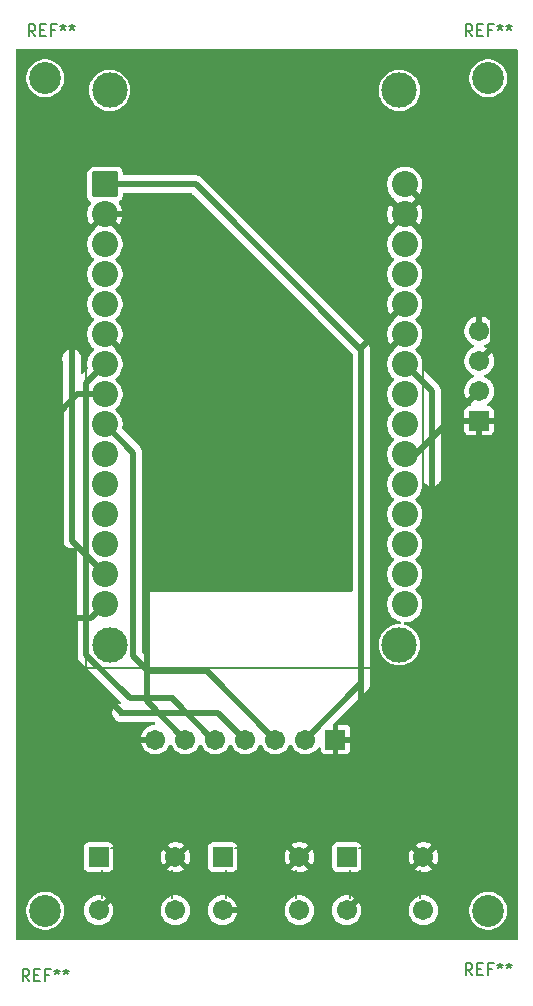
<source format=gbr>
%TF.GenerationSoftware,KiCad,Pcbnew,9.0.6*%
%TF.CreationDate,2025-12-08T17:43:25-05:00*%
%TF.ProjectId,Medidor_Consumo_Energetico,4d656469-646f-4725-9f43-6f6e73756d6f,rev?*%
%TF.SameCoordinates,Original*%
%TF.FileFunction,Soldermask,Top*%
%TF.FilePolarity,Negative*%
%FSLAX46Y46*%
G04 Gerber Fmt 4.6, Leading zero omitted, Abs format (unit mm)*
G04 Created by KiCad (PCBNEW 9.0.6) date 2025-12-08 17:43:25*
%MOMM*%
%LPD*%
G01*
G04 APERTURE LIST*
G04 Aperture macros list*
%AMRoundRect*
0 Rectangle with rounded corners*
0 $1 Rounding radius*
0 $2 $3 $4 $5 $6 $7 $8 $9 X,Y pos of 4 corners*
0 Add a 4 corners polygon primitive as box body*
4,1,4,$2,$3,$4,$5,$6,$7,$8,$9,$2,$3,0*
0 Add four circle primitives for the rounded corners*
1,1,$1+$1,$2,$3*
1,1,$1+$1,$4,$5*
1,1,$1+$1,$6,$7*
1,1,$1+$1,$8,$9*
0 Add four rect primitives between the rounded corners*
20,1,$1+$1,$2,$3,$4,$5,0*
20,1,$1+$1,$4,$5,$6,$7,0*
20,1,$1+$1,$6,$7,$8,$9,0*
20,1,$1+$1,$8,$9,$2,$3,0*%
G04 Aperture macros list end*
%ADD10C,2.700000*%
%ADD11C,3.000000*%
%ADD12RoundRect,0.102000X-1.000000X-1.000000X1.000000X-1.000000X1.000000X1.000000X-1.000000X1.000000X0*%
%ADD13C,2.204000*%
%ADD14RoundRect,0.102000X0.754000X0.754000X-0.754000X0.754000X-0.754000X-0.754000X0.754000X-0.754000X0*%
%ADD15C,1.712000*%
%ADD16RoundRect,0.102000X-0.754000X-0.754000X0.754000X-0.754000X0.754000X0.754000X-0.754000X0.754000X0*%
%ADD17RoundRect,0.102000X-0.754000X0.754000X-0.754000X-0.754000X0.754000X-0.754000X0.754000X0.754000X0*%
%TA.AperFunction,ComponentPad*%
%ADD18R,2.000000X2.000000*%
%TD*%
%TA.AperFunction,ComponentPad*%
%ADD19C,2.000000*%
%TD*%
%TA.AperFunction,ComponentPad*%
%ADD20R,1.508000X1.508000*%
%TD*%
%TA.AperFunction,ComponentPad*%
%ADD21C,1.508000*%
%TD*%
%TA.AperFunction,ViaPad*%
%ADD22C,0.600000*%
%TD*%
%TA.AperFunction,Conductor*%
%ADD23C,0.500000*%
%TD*%
%ADD24C,0.150000*%
%ADD25C,0.127000*%
%ADD26C,0.200000*%
%ADD27C,0.100000*%
G04 APERTURE END LIST*
D10*
%TO.C,REF\u002A\u002A*%
X129500000Y-151500000D03*
%TD*%
%TO.C,REF\u002A\u002A*%
X167000000Y-81000000D03*
%TD*%
%TO.C,REF\u002A\u002A*%
X129500000Y-81000000D03*
%TD*%
D11*
%TO.C,U1*%
X134970000Y-82025000D03*
X134970000Y-128975000D03*
X159480000Y-82025000D03*
X159480000Y-128975000D03*
D12*
X134550000Y-89985000D03*
D13*
X134550000Y-92525000D03*
X134550000Y-95065000D03*
X134550000Y-97605000D03*
X134550000Y-100145000D03*
X134550000Y-102685000D03*
X134550000Y-105225000D03*
X134550000Y-107765000D03*
X134550000Y-110305000D03*
X134550000Y-112845000D03*
X134550000Y-115385000D03*
X134550000Y-117925000D03*
X134550000Y-120465000D03*
X134550000Y-123005000D03*
X134550000Y-125545000D03*
X159950000Y-125545000D03*
X159950000Y-123005000D03*
X159950000Y-120465000D03*
X159950000Y-117925000D03*
X159950000Y-115385000D03*
X159950000Y-112845000D03*
X159950000Y-110305000D03*
X159950000Y-107765000D03*
X159950000Y-105225000D03*
X159950000Y-102685000D03*
X159950000Y-100145000D03*
X159950000Y-97605000D03*
X159950000Y-95065000D03*
X159950000Y-92525000D03*
X159950000Y-89985000D03*
%TD*%
D10*
%TO.C,REF\u002A\u002A*%
X167000000Y-151500000D03*
%TD*%
D14*
%TO.C,U4*%
X154080000Y-137000000D03*
D15*
X151540000Y-137000000D03*
X149000000Y-137000000D03*
X146460000Y-137000000D03*
X143920000Y-137000000D03*
X141380000Y-137000000D03*
X138840000Y-137000000D03*
%TD*%
D16*
%TO.C,S3*%
X155025000Y-146950000D03*
D15*
X161525000Y-146950000D03*
X155025000Y-151450000D03*
X161525000Y-151450000D03*
%TD*%
%TO.C,U3*%
X166250000Y-102420000D03*
X166250000Y-104960000D03*
X166250000Y-107500000D03*
D17*
X166250000Y-110000000D03*
%TD*%
D16*
%TO.C,S2*%
X144525000Y-146950000D03*
D15*
X151025000Y-146950000D03*
X144525000Y-151450000D03*
X151025000Y-151450000D03*
%TD*%
D16*
%TO.C,S1*%
X134025000Y-146950000D03*
D15*
X140525000Y-146950000D03*
X134025000Y-151450000D03*
X140525000Y-151450000D03*
%TD*%
D18*
%TO.P,U1,1,3V3*%
%TO.N,+3V3*%
X134550000Y-89985000D03*
D19*
%TO.P,U1,2,GND*%
%TO.N,GND*%
X134550000Y-92525000D03*
%TO.P,U1,3,D15*%
%TO.N,unconnected-(U1-D15-Pad3)*%
X134550000Y-95065000D03*
%TO.P,U1,4,D2*%
%TO.N,unconnected-(U1-D2-Pad4)*%
X134550000Y-97605000D03*
%TO.P,U1,5,D4*%
%TO.N,unconnected-(U1-D4-Pad5)*%
X134550000Y-100145000D03*
%TO.P,U1,6,D16*%
%TO.N,D16*%
X134550000Y-102685000D03*
%TO.P,U1,7,D17*%
%TO.N,D17*%
X134550000Y-105225000D03*
%TO.P,U1,8,D5*%
%TO.N,D5*%
X134550000Y-107765000D03*
%TO.P,U1,9,D18*%
%TO.N,D18*%
X134550000Y-110305000D03*
%TO.P,U1,10,D19*%
%TO.N,unconnected-(U1-D19-Pad10)*%
X134550000Y-112845000D03*
%TO.P,U1,11,D21*%
%TO.N,unconnected-(U1-D21-Pad11)*%
X134550000Y-115385000D03*
%TO.P,U1,12,RX0*%
%TO.N,unconnected-(U1-RX0-Pad12)*%
X134550000Y-117925000D03*
%TO.P,U1,13,TX0*%
%TO.N,unconnected-(U1-TX0-Pad13)*%
X134550000Y-120465000D03*
%TO.P,U1,14,D22*%
%TO.N,D22*%
X134550000Y-123005000D03*
%TO.P,U1,15,D23*%
%TO.N,D23*%
X134550000Y-125545000D03*
%TO.P,U1,16,EN*%
%TO.N,unconnected-(U1-EN-Pad16)*%
X159950000Y-125545000D03*
%TO.P,U1,17,VP*%
%TO.N,unconnected-(U1-VP-Pad17)*%
X159950000Y-123005000D03*
%TO.P,U1,18,VN*%
%TO.N,unconnected-(U1-VN-Pad18)*%
X159950000Y-120465000D03*
%TO.P,U1,19,D34*%
%TO.N,unconnected-(U1-D34-Pad19)*%
X159950000Y-117925000D03*
%TO.P,U1,20,D35*%
%TO.N,unconnected-(U1-D35-Pad20)*%
X159950000Y-115385000D03*
%TO.P,U1,21,D32*%
%TO.N,D21*%
X159950000Y-112845000D03*
%TO.P,U1,22,D33*%
%TO.N,unconnected-(U1-D33-Pad22)*%
X159950000Y-110305000D03*
%TO.P,U1,23,D25*%
%TO.N,unconnected-(U1-D25-Pad23)*%
X159950000Y-107765000D03*
%TO.P,U1,24,D26*%
%TO.N,D26*%
X159950000Y-105225000D03*
%TO.P,U1,25,D27*%
%TO.N,D27*%
X159950000Y-102685000D03*
%TO.P,U1,26,D14*%
%TO.N,D14*%
X159950000Y-100145000D03*
%TO.P,U1,27,D12*%
%TO.N,unconnected-(U1-D12-Pad27)*%
X159950000Y-97605000D03*
%TO.P,U1,28,D13*%
%TO.N,unconnected-(U1-D13-Pad28)*%
X159950000Y-95065000D03*
%TO.P,U1,29,GND*%
%TO.N,GND*%
X159950000Y-92525000D03*
%TO.P,U1,30,VIN*%
%TO.N,+5V*%
X159950000Y-89985000D03*
%TD*%
D20*
%TO.P,U4,1,GND*%
%TO.N,GND*%
X154080000Y-137000000D03*
D21*
%TO.P,U4,2,VCC_IN*%
%TO.N,+3V3*%
X151540000Y-137000000D03*
%TO.P,U4,3,SCL*%
%TO.N,D18*%
X149000000Y-137000000D03*
%TO.P,U4,4,SDA*%
%TO.N,D23*%
X146460000Y-137000000D03*
%TO.P,U4,5,RES*%
%TO.N,D17*%
X143920000Y-137000000D03*
%TO.P,U4,6,DC*%
%TO.N,D16*%
X141380000Y-137000000D03*
%TO.P,U4,7,CS*%
%TO.N,D5*%
X138840000Y-137000000D03*
%TD*%
D20*
%TO.P,S3,1*%
%TO.N,unconnected-(S3-Pad1)*%
X155025000Y-146950000D03*
D21*
%TO.P,S3,2*%
%TO.N,GND*%
X161525000Y-146950000D03*
%TO.P,S3,3*%
%TO.N,D26*%
X155025000Y-151450000D03*
%TO.P,S3,4*%
%TO.N,unconnected-(S3-Pad4)*%
X161525000Y-151450000D03*
%TD*%
%TO.P,U3,1,VCC*%
%TO.N,+5V*%
X166250000Y-102420000D03*
%TO.P,U3,2,RX*%
%TO.N,D22*%
X166250000Y-104960000D03*
%TO.P,U3,3,TX*%
%TO.N,D21*%
X166250000Y-107500000D03*
D20*
%TO.P,U3,4,GND*%
%TO.N,GND*%
X166250000Y-110000000D03*
%TD*%
%TO.P,S2,1*%
%TO.N,unconnected-(S2-Pad1)*%
X144525000Y-146950000D03*
D21*
%TO.P,S2,2*%
%TO.N,GND*%
X151025000Y-146950000D03*
%TO.P,S2,3*%
%TO.N,D27*%
X144525000Y-151450000D03*
%TO.P,S2,4*%
%TO.N,unconnected-(S2-Pad4)*%
X151025000Y-151450000D03*
%TD*%
D20*
%TO.P,S1,1*%
%TO.N,unconnected-(S1-Pad1)*%
X134025000Y-146950000D03*
D21*
%TO.P,S1,2*%
%TO.N,GND*%
X140525000Y-146950000D03*
%TO.P,S1,3*%
%TO.N,D14*%
X134025000Y-151450000D03*
%TO.P,S1,4*%
%TO.N,unconnected-(S1-Pad4)*%
X140525000Y-151450000D03*
%TD*%
D22*
%TO.N,D23*%
X136000000Y-134750000D03*
%TO.N,D17*%
X140250000Y-133500000D03*
%TO.N,D26*%
X162250000Y-114750000D03*
%TO.N,D22*%
X131750000Y-104750000D03*
X131750000Y-120000000D03*
%TD*%
D23*
%TO.N,GND*%
X134550000Y-92525000D02*
X140975000Y-92525000D01*
%TO.N,D23*%
X146420000Y-137000000D02*
X144170000Y-134750000D01*
X144170000Y-134750000D02*
X136000000Y-134750000D01*
%TO.N,D18*%
X138236032Y-131226000D02*
X136971000Y-129960968D01*
X148960000Y-137000000D02*
X143186000Y-131226000D01*
X143186000Y-131226000D02*
X138236032Y-131226000D01*
X136971000Y-112726000D02*
X134550000Y-110305000D01*
X136971000Y-129960968D02*
X136971000Y-112726000D01*
%TO.N,D17*%
X136665159Y-133500000D02*
X132969000Y-129803841D01*
X140250000Y-133500000D02*
X136665159Y-133500000D01*
X132969000Y-106806000D02*
X134550000Y-105225000D01*
X132969000Y-129803841D02*
X132969000Y-106806000D01*
%TO.N,D26*%
X162250000Y-107525000D02*
X159950000Y-105225000D01*
X162250000Y-114750000D02*
X162250000Y-107525000D01*
%TO.N,D22*%
X131750000Y-104750000D02*
X131750000Y-120000000D01*
%TO.N,+3V3*%
X156281000Y-132219000D02*
X151500000Y-137000000D01*
X142235000Y-89985000D02*
X156281000Y-104031000D01*
X134550000Y-89985000D02*
X142235000Y-89985000D01*
X156281000Y-104031000D02*
X156281000Y-132219000D01*
X134565000Y-90000000D02*
X134550000Y-89985000D01*
%TD*%
%TA.AperFunction,Conductor*%
%TO.N,GND*%
G36*
X141939809Y-90755185D02*
G01*
X141960451Y-90771819D01*
X155494181Y-104305549D01*
X155527666Y-104366872D01*
X155530500Y-104393230D01*
X155530500Y-124361000D01*
X155510815Y-124428039D01*
X155458011Y-124473794D01*
X155406500Y-124485000D01*
X138340000Y-124485000D01*
X138340000Y-129969238D01*
X138320315Y-130036277D01*
X138267511Y-130082032D01*
X138198353Y-130091976D01*
X138134797Y-130062951D01*
X138128319Y-130056919D01*
X137757819Y-129686419D01*
X137724334Y-129625096D01*
X137721500Y-129598738D01*
X137721500Y-112652079D01*
X137692659Y-112507092D01*
X137692658Y-112507091D01*
X137692658Y-112507087D01*
X137636084Y-112370505D01*
X137603186Y-112321270D01*
X137568267Y-112269008D01*
X137553956Y-112247589D01*
X137553952Y-112247584D01*
X136051280Y-110744912D01*
X136017795Y-110683589D01*
X136016488Y-110637836D01*
X136043716Y-110465925D01*
X136050500Y-110423096D01*
X136050500Y-110186902D01*
X136013553Y-109953631D01*
X135965911Y-109807007D01*
X135940568Y-109729008D01*
X135940566Y-109729005D01*
X135940566Y-109729003D01*
X135865015Y-109580727D01*
X135833343Y-109518567D01*
X135694517Y-109327490D01*
X135527510Y-109160483D01*
X135492872Y-109135317D01*
X135450207Y-109079989D01*
X135444228Y-109010375D01*
X135476833Y-108948580D01*
X135492873Y-108934682D01*
X135527510Y-108909517D01*
X135694517Y-108742510D01*
X135833343Y-108551433D01*
X135940568Y-108340992D01*
X136013553Y-108116368D01*
X136050500Y-107883097D01*
X136050500Y-107646902D01*
X136013553Y-107413631D01*
X135946166Y-107206237D01*
X135940568Y-107189008D01*
X135940566Y-107189005D01*
X135940566Y-107189003D01*
X135853660Y-107018441D01*
X135833343Y-106978567D01*
X135694517Y-106787490D01*
X135527510Y-106620483D01*
X135492872Y-106595317D01*
X135450207Y-106539989D01*
X135444228Y-106470375D01*
X135476833Y-106408580D01*
X135492873Y-106394682D01*
X135527510Y-106369517D01*
X135694517Y-106202510D01*
X135833343Y-106011433D01*
X135940568Y-105800992D01*
X136013553Y-105576368D01*
X136050500Y-105343097D01*
X136050500Y-105106902D01*
X136013553Y-104873631D01*
X135946166Y-104666237D01*
X135940568Y-104649008D01*
X135940566Y-104649005D01*
X135940566Y-104649003D01*
X135853660Y-104478441D01*
X135833343Y-104438567D01*
X135694517Y-104247490D01*
X135527510Y-104080483D01*
X135492872Y-104055317D01*
X135450207Y-103999989D01*
X135444228Y-103930375D01*
X135476833Y-103868580D01*
X135492873Y-103854682D01*
X135527510Y-103829517D01*
X135694517Y-103662510D01*
X135833343Y-103471433D01*
X135940568Y-103260992D01*
X136013553Y-103036368D01*
X136050500Y-102803097D01*
X136050500Y-102566902D01*
X136013553Y-102333631D01*
X135946166Y-102126237D01*
X135940568Y-102109008D01*
X135940566Y-102109005D01*
X135940566Y-102109003D01*
X135853660Y-101938441D01*
X135833343Y-101898567D01*
X135694517Y-101707490D01*
X135527510Y-101540483D01*
X135492872Y-101515317D01*
X135450207Y-101459989D01*
X135444228Y-101390375D01*
X135476833Y-101328580D01*
X135492873Y-101314682D01*
X135527510Y-101289517D01*
X135694517Y-101122510D01*
X135833343Y-100931433D01*
X135940568Y-100720992D01*
X136013553Y-100496368D01*
X136050500Y-100263097D01*
X136050500Y-100026902D01*
X136013553Y-99793631D01*
X135940566Y-99569003D01*
X135833342Y-99358566D01*
X135694517Y-99167490D01*
X135527510Y-99000483D01*
X135492872Y-98975317D01*
X135450207Y-98919989D01*
X135444228Y-98850375D01*
X135476833Y-98788580D01*
X135492873Y-98774682D01*
X135527510Y-98749517D01*
X135694517Y-98582510D01*
X135833343Y-98391433D01*
X135940568Y-98180992D01*
X136013553Y-97956368D01*
X136050500Y-97723097D01*
X136050500Y-97486902D01*
X136013553Y-97253631D01*
X135940566Y-97029003D01*
X135833342Y-96818566D01*
X135694517Y-96627490D01*
X135527510Y-96460483D01*
X135492872Y-96435317D01*
X135450207Y-96379989D01*
X135444228Y-96310375D01*
X135476833Y-96248580D01*
X135492873Y-96234682D01*
X135527510Y-96209517D01*
X135694517Y-96042510D01*
X135833343Y-95851433D01*
X135940568Y-95640992D01*
X136013553Y-95416368D01*
X136050500Y-95183097D01*
X136050500Y-94946902D01*
X136013553Y-94713631D01*
X135940566Y-94489003D01*
X135833342Y-94278566D01*
X135694517Y-94087490D01*
X135527510Y-93920483D01*
X135468282Y-93877451D01*
X135425617Y-93822122D01*
X135417550Y-93767404D01*
X135419104Y-93747657D01*
X134687574Y-93016128D01*
X134746853Y-93000245D01*
X134863147Y-92933102D01*
X134958102Y-92838147D01*
X135025245Y-92721853D01*
X135041128Y-92662575D01*
X135772658Y-93394105D01*
X135772658Y-93394104D01*
X135832914Y-93311169D01*
X135832918Y-93311163D01*
X135940102Y-93100802D01*
X136013065Y-92876247D01*
X136050000Y-92643052D01*
X136050000Y-92406947D01*
X136013065Y-92173752D01*
X135940102Y-91949197D01*
X135832914Y-91738828D01*
X135742964Y-91615023D01*
X135719484Y-91549216D01*
X135735309Y-91481162D01*
X135784640Y-91433220D01*
X135784546Y-91433047D01*
X135785169Y-91432706D01*
X135785415Y-91432468D01*
X135786480Y-91431990D01*
X135792326Y-91428797D01*
X135792331Y-91428796D01*
X135907546Y-91342546D01*
X135993796Y-91227331D01*
X136044091Y-91092483D01*
X136050500Y-91032873D01*
X136050500Y-90859500D01*
X136070185Y-90792461D01*
X136122989Y-90746706D01*
X136174500Y-90735500D01*
X141872770Y-90735500D01*
X141939809Y-90755185D01*
G37*
%TD.AperFunction*%
%TA.AperFunction,Conductor*%
G36*
X169442539Y-78520185D02*
G01*
X169488294Y-78572989D01*
X169499500Y-78624500D01*
X169499500Y-153875500D01*
X169479815Y-153942539D01*
X169427011Y-153988294D01*
X169375500Y-153999500D01*
X127124500Y-153999500D01*
X127057461Y-153979815D01*
X127011706Y-153927011D01*
X127000500Y-153875500D01*
X127000500Y-151374038D01*
X127899500Y-151374038D01*
X127899500Y-151625961D01*
X127938910Y-151874785D01*
X128016760Y-152114383D01*
X128131132Y-152338848D01*
X128279201Y-152542649D01*
X128279205Y-152542654D01*
X128457345Y-152720794D01*
X128457350Y-152720798D01*
X128635117Y-152849952D01*
X128661155Y-152868870D01*
X128804184Y-152941747D01*
X128885616Y-152983239D01*
X128885618Y-152983239D01*
X128885621Y-152983241D01*
X129125215Y-153061090D01*
X129374038Y-153100500D01*
X129374039Y-153100500D01*
X129625961Y-153100500D01*
X129625962Y-153100500D01*
X129874785Y-153061090D01*
X130114379Y-152983241D01*
X130338845Y-152868870D01*
X130542656Y-152720793D01*
X130720793Y-152542656D01*
X130868870Y-152338845D01*
X130983241Y-152114379D01*
X131061090Y-151874785D01*
X131100500Y-151625962D01*
X131100500Y-151374038D01*
X131096893Y-151351263D01*
X132770500Y-151351263D01*
X132770500Y-151548736D01*
X132801389Y-151743763D01*
X132843961Y-151874785D01*
X132862409Y-151931561D01*
X132952056Y-152107501D01*
X132952058Y-152107504D01*
X133068115Y-152267246D01*
X133207753Y-152406884D01*
X133357234Y-152515486D01*
X133367499Y-152522944D01*
X133543439Y-152612591D01*
X133668637Y-152653270D01*
X133731236Y-152673610D01*
X133926264Y-152704500D01*
X133926269Y-152704500D01*
X134123736Y-152704500D01*
X134318763Y-152673610D01*
X134506561Y-152612591D01*
X134682501Y-152522944D01*
X134772192Y-152457779D01*
X134842246Y-152406884D01*
X134842248Y-152406881D01*
X134842252Y-152406879D01*
X134981879Y-152267252D01*
X134981881Y-152267248D01*
X134981884Y-152267246D01*
X135032779Y-152197192D01*
X135097944Y-152107501D01*
X135187591Y-151931561D01*
X135248610Y-151743763D01*
X135267268Y-151625961D01*
X135279500Y-151548736D01*
X135279500Y-151351263D01*
X139270500Y-151351263D01*
X139270500Y-151548736D01*
X139301389Y-151743763D01*
X139343961Y-151874785D01*
X139362409Y-151931561D01*
X139452056Y-152107501D01*
X139452058Y-152107504D01*
X139568115Y-152267246D01*
X139707753Y-152406884D01*
X139857234Y-152515486D01*
X139867499Y-152522944D01*
X140043439Y-152612591D01*
X140168637Y-152653270D01*
X140231236Y-152673610D01*
X140426264Y-152704500D01*
X140426269Y-152704500D01*
X140623736Y-152704500D01*
X140818763Y-152673610D01*
X141006561Y-152612591D01*
X141182501Y-152522944D01*
X141272192Y-152457779D01*
X141342246Y-152406884D01*
X141342248Y-152406881D01*
X141342252Y-152406879D01*
X141481879Y-152267252D01*
X141481881Y-152267248D01*
X141481884Y-152267246D01*
X141532779Y-152197192D01*
X141597944Y-152107501D01*
X141687591Y-151931561D01*
X141748610Y-151743763D01*
X141767268Y-151625961D01*
X141779500Y-151548736D01*
X141779500Y-151351263D01*
X143270500Y-151351263D01*
X143270500Y-151548736D01*
X143301389Y-151743763D01*
X143343961Y-151874785D01*
X143362409Y-151931561D01*
X143452056Y-152107501D01*
X143452058Y-152107504D01*
X143568115Y-152267246D01*
X143707753Y-152406884D01*
X143857234Y-152515486D01*
X143867499Y-152522944D01*
X144043439Y-152612591D01*
X144168637Y-152653270D01*
X144231236Y-152673610D01*
X144426264Y-152704500D01*
X144426269Y-152704500D01*
X144623736Y-152704500D01*
X144818763Y-152673610D01*
X145006561Y-152612591D01*
X145182501Y-152522944D01*
X145272192Y-152457779D01*
X145342246Y-152406884D01*
X145342248Y-152406881D01*
X145342252Y-152406879D01*
X145481879Y-152267252D01*
X145481881Y-152267248D01*
X145481884Y-152267246D01*
X145532779Y-152197192D01*
X145597944Y-152107501D01*
X145687591Y-151931561D01*
X145748610Y-151743763D01*
X145767268Y-151625961D01*
X145779500Y-151548736D01*
X145779500Y-151351263D01*
X149770500Y-151351263D01*
X149770500Y-151548736D01*
X149801389Y-151743763D01*
X149843961Y-151874785D01*
X149862409Y-151931561D01*
X149952056Y-152107501D01*
X149952058Y-152107504D01*
X150068115Y-152267246D01*
X150207753Y-152406884D01*
X150357234Y-152515486D01*
X150367499Y-152522944D01*
X150543439Y-152612591D01*
X150668637Y-152653270D01*
X150731236Y-152673610D01*
X150926264Y-152704500D01*
X150926269Y-152704500D01*
X151123736Y-152704500D01*
X151318763Y-152673610D01*
X151506561Y-152612591D01*
X151682501Y-152522944D01*
X151772192Y-152457779D01*
X151842246Y-152406884D01*
X151842248Y-152406881D01*
X151842252Y-152406879D01*
X151981879Y-152267252D01*
X151981881Y-152267248D01*
X151981884Y-152267246D01*
X152032779Y-152197192D01*
X152097944Y-152107501D01*
X152187591Y-151931561D01*
X152248610Y-151743763D01*
X152267268Y-151625961D01*
X152279500Y-151548736D01*
X152279500Y-151351263D01*
X153770500Y-151351263D01*
X153770500Y-151548736D01*
X153801389Y-151743763D01*
X153843961Y-151874785D01*
X153862409Y-151931561D01*
X153952056Y-152107501D01*
X153952058Y-152107504D01*
X154068115Y-152267246D01*
X154207753Y-152406884D01*
X154357234Y-152515486D01*
X154367499Y-152522944D01*
X154543439Y-152612591D01*
X154668637Y-152653270D01*
X154731236Y-152673610D01*
X154926264Y-152704500D01*
X154926269Y-152704500D01*
X155123736Y-152704500D01*
X155318763Y-152673610D01*
X155506561Y-152612591D01*
X155682501Y-152522944D01*
X155772192Y-152457779D01*
X155842246Y-152406884D01*
X155842248Y-152406881D01*
X155842252Y-152406879D01*
X155981879Y-152267252D01*
X155981881Y-152267248D01*
X155981884Y-152267246D01*
X156032779Y-152197192D01*
X156097944Y-152107501D01*
X156187591Y-151931561D01*
X156248610Y-151743763D01*
X156267268Y-151625961D01*
X156279500Y-151548736D01*
X156279500Y-151351263D01*
X160270500Y-151351263D01*
X160270500Y-151548736D01*
X160301389Y-151743763D01*
X160343961Y-151874785D01*
X160362409Y-151931561D01*
X160452056Y-152107501D01*
X160452058Y-152107504D01*
X160568115Y-152267246D01*
X160707753Y-152406884D01*
X160857234Y-152515486D01*
X160867499Y-152522944D01*
X161043439Y-152612591D01*
X161168637Y-152653270D01*
X161231236Y-152673610D01*
X161426264Y-152704500D01*
X161426269Y-152704500D01*
X161623736Y-152704500D01*
X161818763Y-152673610D01*
X162006561Y-152612591D01*
X162182501Y-152522944D01*
X162272192Y-152457779D01*
X162342246Y-152406884D01*
X162342248Y-152406881D01*
X162342252Y-152406879D01*
X162481879Y-152267252D01*
X162481881Y-152267248D01*
X162481884Y-152267246D01*
X162532779Y-152197192D01*
X162597944Y-152107501D01*
X162687591Y-151931561D01*
X162748610Y-151743763D01*
X162767268Y-151625961D01*
X162779500Y-151548736D01*
X162779500Y-151374038D01*
X165399500Y-151374038D01*
X165399500Y-151625961D01*
X165438910Y-151874785D01*
X165516760Y-152114383D01*
X165631132Y-152338848D01*
X165779201Y-152542649D01*
X165779205Y-152542654D01*
X165957345Y-152720794D01*
X165957350Y-152720798D01*
X166135117Y-152849952D01*
X166161155Y-152868870D01*
X166304184Y-152941747D01*
X166385616Y-152983239D01*
X166385618Y-152983239D01*
X166385621Y-152983241D01*
X166625215Y-153061090D01*
X166874038Y-153100500D01*
X166874039Y-153100500D01*
X167125961Y-153100500D01*
X167125962Y-153100500D01*
X167374785Y-153061090D01*
X167614379Y-152983241D01*
X167838845Y-152868870D01*
X168042656Y-152720793D01*
X168220793Y-152542656D01*
X168368870Y-152338845D01*
X168483241Y-152114379D01*
X168561090Y-151874785D01*
X168600500Y-151625962D01*
X168600500Y-151374038D01*
X168561090Y-151125215D01*
X168483241Y-150885621D01*
X168483239Y-150885618D01*
X168483239Y-150885616D01*
X168435791Y-150792495D01*
X168368870Y-150661155D01*
X168348231Y-150632748D01*
X168220798Y-150457350D01*
X168220794Y-150457345D01*
X168042654Y-150279205D01*
X168042649Y-150279201D01*
X167838848Y-150131132D01*
X167838847Y-150131131D01*
X167838845Y-150131130D01*
X167768747Y-150095413D01*
X167614383Y-150016760D01*
X167374785Y-149938910D01*
X167125962Y-149899500D01*
X166874038Y-149899500D01*
X166749626Y-149919205D01*
X166625214Y-149938910D01*
X166385616Y-150016760D01*
X166161151Y-150131132D01*
X165957350Y-150279201D01*
X165957345Y-150279205D01*
X165779205Y-150457345D01*
X165779201Y-150457350D01*
X165631132Y-150661151D01*
X165516760Y-150885616D01*
X165438910Y-151125214D01*
X165399500Y-151374038D01*
X162779500Y-151374038D01*
X162779500Y-151351263D01*
X162748610Y-151156236D01*
X162728270Y-151093637D01*
X162687591Y-150968439D01*
X162597944Y-150792499D01*
X162590486Y-150782234D01*
X162481884Y-150632753D01*
X162342246Y-150493115D01*
X162182504Y-150377058D01*
X162182503Y-150377057D01*
X162182501Y-150377056D01*
X162006561Y-150287409D01*
X161981312Y-150279205D01*
X161818763Y-150226389D01*
X161623736Y-150195500D01*
X161623731Y-150195500D01*
X161426269Y-150195500D01*
X161426264Y-150195500D01*
X161231236Y-150226389D01*
X161043441Y-150287408D01*
X160867495Y-150377058D01*
X160707753Y-150493115D01*
X160568115Y-150632753D01*
X160452058Y-150792495D01*
X160362408Y-150968441D01*
X160301389Y-151156236D01*
X160270500Y-151351263D01*
X156279500Y-151351263D01*
X156248610Y-151156236D01*
X156228270Y-151093637D01*
X156187591Y-150968439D01*
X156097944Y-150792499D01*
X156090486Y-150782234D01*
X155981884Y-150632753D01*
X155842246Y-150493115D01*
X155682504Y-150377058D01*
X155682503Y-150377057D01*
X155682501Y-150377056D01*
X155506561Y-150287409D01*
X155481312Y-150279205D01*
X155318763Y-150226389D01*
X155123736Y-150195500D01*
X155123731Y-150195500D01*
X154926269Y-150195500D01*
X154926264Y-150195500D01*
X154731236Y-150226389D01*
X154543441Y-150287408D01*
X154367495Y-150377058D01*
X154207753Y-150493115D01*
X154068115Y-150632753D01*
X153952058Y-150792495D01*
X153862408Y-150968441D01*
X153801389Y-151156236D01*
X153770500Y-151351263D01*
X152279500Y-151351263D01*
X152248610Y-151156236D01*
X152228270Y-151093637D01*
X152187591Y-150968439D01*
X152097944Y-150792499D01*
X152090486Y-150782234D01*
X151981884Y-150632753D01*
X151842246Y-150493115D01*
X151682504Y-150377058D01*
X151682503Y-150377057D01*
X151682501Y-150377056D01*
X151506561Y-150287409D01*
X151481312Y-150279205D01*
X151318763Y-150226389D01*
X151123736Y-150195500D01*
X151123731Y-150195500D01*
X150926269Y-150195500D01*
X150926264Y-150195500D01*
X150731236Y-150226389D01*
X150543441Y-150287408D01*
X150367495Y-150377058D01*
X150207753Y-150493115D01*
X150068115Y-150632753D01*
X149952058Y-150792495D01*
X149862408Y-150968441D01*
X149801389Y-151156236D01*
X149770500Y-151351263D01*
X145779500Y-151351263D01*
X145748610Y-151156236D01*
X145728270Y-151093637D01*
X145687591Y-150968439D01*
X145597944Y-150792499D01*
X145590486Y-150782234D01*
X145481884Y-150632753D01*
X145342246Y-150493115D01*
X145182504Y-150377058D01*
X145182503Y-150377057D01*
X145182501Y-150377056D01*
X145006561Y-150287409D01*
X144981312Y-150279205D01*
X144818763Y-150226389D01*
X144623736Y-150195500D01*
X144623731Y-150195500D01*
X144426269Y-150195500D01*
X144426264Y-150195500D01*
X144231236Y-150226389D01*
X144043441Y-150287408D01*
X143867495Y-150377058D01*
X143707753Y-150493115D01*
X143568115Y-150632753D01*
X143452058Y-150792495D01*
X143362408Y-150968441D01*
X143301389Y-151156236D01*
X143270500Y-151351263D01*
X141779500Y-151351263D01*
X141748610Y-151156236D01*
X141728270Y-151093637D01*
X141687591Y-150968439D01*
X141597944Y-150792499D01*
X141590486Y-150782234D01*
X141481884Y-150632753D01*
X141342246Y-150493115D01*
X141182504Y-150377058D01*
X141182503Y-150377057D01*
X141182501Y-150377056D01*
X141006561Y-150287409D01*
X140981312Y-150279205D01*
X140818763Y-150226389D01*
X140623736Y-150195500D01*
X140623731Y-150195500D01*
X140426269Y-150195500D01*
X140426264Y-150195500D01*
X140231236Y-150226389D01*
X140043441Y-150287408D01*
X139867495Y-150377058D01*
X139707753Y-150493115D01*
X139568115Y-150632753D01*
X139452058Y-150792495D01*
X139362408Y-150968441D01*
X139301389Y-151156236D01*
X139270500Y-151351263D01*
X135279500Y-151351263D01*
X135248610Y-151156236D01*
X135228270Y-151093637D01*
X135187591Y-150968439D01*
X135097944Y-150792499D01*
X135090486Y-150782234D01*
X134981884Y-150632753D01*
X134842246Y-150493115D01*
X134682504Y-150377058D01*
X134682503Y-150377057D01*
X134682501Y-150377056D01*
X134506561Y-150287409D01*
X134481312Y-150279205D01*
X134318763Y-150226389D01*
X134123736Y-150195500D01*
X134123731Y-150195500D01*
X133926269Y-150195500D01*
X133926264Y-150195500D01*
X133731236Y-150226389D01*
X133543441Y-150287408D01*
X133367495Y-150377058D01*
X133207753Y-150493115D01*
X133068115Y-150632753D01*
X132952058Y-150792495D01*
X132862408Y-150968441D01*
X132801389Y-151156236D01*
X132770500Y-151351263D01*
X131096893Y-151351263D01*
X131061090Y-151125215D01*
X130983241Y-150885621D01*
X130983239Y-150885618D01*
X130983239Y-150885616D01*
X130935791Y-150792495D01*
X130868870Y-150661155D01*
X130848231Y-150632748D01*
X130720798Y-150457350D01*
X130720794Y-150457345D01*
X130542654Y-150279205D01*
X130542649Y-150279201D01*
X130338848Y-150131132D01*
X130338847Y-150131131D01*
X130338845Y-150131130D01*
X130268747Y-150095413D01*
X130114383Y-150016760D01*
X129874785Y-149938910D01*
X129625962Y-149899500D01*
X129374038Y-149899500D01*
X129249626Y-149919205D01*
X129125214Y-149938910D01*
X128885616Y-150016760D01*
X128661151Y-150131132D01*
X128457350Y-150279201D01*
X128457345Y-150279205D01*
X128279205Y-150457345D01*
X128279201Y-150457350D01*
X128131132Y-150661151D01*
X128016760Y-150885616D01*
X127938910Y-151125214D01*
X127899500Y-151374038D01*
X127000500Y-151374038D01*
X127000500Y-146148135D01*
X132770500Y-146148135D01*
X132770500Y-147751870D01*
X132770501Y-147751876D01*
X132776908Y-147811483D01*
X132827202Y-147946328D01*
X132827206Y-147946335D01*
X132913452Y-148061544D01*
X132913455Y-148061547D01*
X133028664Y-148147793D01*
X133028671Y-148147797D01*
X133163517Y-148198091D01*
X133163516Y-148198091D01*
X133170444Y-148198835D01*
X133223127Y-148204500D01*
X134826872Y-148204499D01*
X134886483Y-148198091D01*
X135021331Y-148147796D01*
X135136546Y-148061546D01*
X135222796Y-147946331D01*
X135225675Y-147938611D01*
X135237858Y-147905949D01*
X135273091Y-147811482D01*
X135279500Y-147751873D01*
X135279499Y-146851302D01*
X139271000Y-146851302D01*
X139271000Y-147048697D01*
X139301876Y-147243646D01*
X139362873Y-147431373D01*
X139452483Y-147607239D01*
X139478457Y-147642988D01*
X139478457Y-147642989D01*
X140042037Y-147079409D01*
X140059075Y-147142993D01*
X140124901Y-147257007D01*
X140217993Y-147350099D01*
X140332007Y-147415925D01*
X140395590Y-147432962D01*
X139832009Y-147996541D01*
X139832010Y-147996542D01*
X139867755Y-148022512D01*
X139867768Y-148022520D01*
X140043626Y-148112126D01*
X140231353Y-148173123D01*
X140426303Y-148204000D01*
X140623697Y-148204000D01*
X140818646Y-148173123D01*
X141006373Y-148112126D01*
X141182241Y-148022516D01*
X141217988Y-147996543D01*
X141217988Y-147996541D01*
X140654410Y-147432962D01*
X140717993Y-147415925D01*
X140832007Y-147350099D01*
X140925099Y-147257007D01*
X140990925Y-147142993D01*
X141007962Y-147079409D01*
X141571541Y-147642988D01*
X141571543Y-147642988D01*
X141597516Y-147607241D01*
X141687126Y-147431373D01*
X141748123Y-147243646D01*
X141779000Y-147048697D01*
X141779000Y-146851302D01*
X141748123Y-146656353D01*
X141687126Y-146468626D01*
X141597520Y-146292768D01*
X141597512Y-146292755D01*
X141571542Y-146257010D01*
X141571541Y-146257009D01*
X141007962Y-146820589D01*
X140990925Y-146757007D01*
X140925099Y-146642993D01*
X140832007Y-146549901D01*
X140717993Y-146484075D01*
X140654409Y-146467037D01*
X140973311Y-146148135D01*
X143270500Y-146148135D01*
X143270500Y-147751870D01*
X143270501Y-147751876D01*
X143276908Y-147811483D01*
X143327202Y-147946328D01*
X143327206Y-147946335D01*
X143413452Y-148061544D01*
X143413455Y-148061547D01*
X143528664Y-148147793D01*
X143528671Y-148147797D01*
X143663517Y-148198091D01*
X143663516Y-148198091D01*
X143670444Y-148198835D01*
X143723127Y-148204500D01*
X145326872Y-148204499D01*
X145386483Y-148198091D01*
X145521331Y-148147796D01*
X145636546Y-148061546D01*
X145722796Y-147946331D01*
X145725675Y-147938611D01*
X145737858Y-147905949D01*
X145773091Y-147811482D01*
X145779500Y-147751873D01*
X145779499Y-146851302D01*
X149771000Y-146851302D01*
X149771000Y-147048697D01*
X149801876Y-147243646D01*
X149862873Y-147431373D01*
X149952483Y-147607239D01*
X149978457Y-147642988D01*
X149978457Y-147642989D01*
X150542037Y-147079409D01*
X150559075Y-147142993D01*
X150624901Y-147257007D01*
X150717993Y-147350099D01*
X150832007Y-147415925D01*
X150895590Y-147432962D01*
X150332009Y-147996541D01*
X150332010Y-147996542D01*
X150367755Y-148022512D01*
X150367768Y-148022520D01*
X150543626Y-148112126D01*
X150731353Y-148173123D01*
X150926303Y-148204000D01*
X151123697Y-148204000D01*
X151318646Y-148173123D01*
X151506373Y-148112126D01*
X151682241Y-148022516D01*
X151717988Y-147996543D01*
X151717988Y-147996541D01*
X151154410Y-147432962D01*
X151217993Y-147415925D01*
X151332007Y-147350099D01*
X151425099Y-147257007D01*
X151490925Y-147142993D01*
X151507962Y-147079409D01*
X152071541Y-147642988D01*
X152071543Y-147642988D01*
X152097516Y-147607241D01*
X152187126Y-147431373D01*
X152248123Y-147243646D01*
X152279000Y-147048697D01*
X152279000Y-146851302D01*
X152248123Y-146656353D01*
X152187126Y-146468626D01*
X152097520Y-146292768D01*
X152097512Y-146292755D01*
X152071542Y-146257010D01*
X152071541Y-146257009D01*
X151507962Y-146820589D01*
X151490925Y-146757007D01*
X151425099Y-146642993D01*
X151332007Y-146549901D01*
X151217993Y-146484075D01*
X151154409Y-146467037D01*
X151473311Y-146148135D01*
X153770500Y-146148135D01*
X153770500Y-147751870D01*
X153770501Y-147751876D01*
X153776908Y-147811483D01*
X153827202Y-147946328D01*
X153827206Y-147946335D01*
X153913452Y-148061544D01*
X153913455Y-148061547D01*
X154028664Y-148147793D01*
X154028671Y-148147797D01*
X154163517Y-148198091D01*
X154163516Y-148198091D01*
X154170444Y-148198835D01*
X154223127Y-148204500D01*
X155826872Y-148204499D01*
X155886483Y-148198091D01*
X156021331Y-148147796D01*
X156136546Y-148061546D01*
X156222796Y-147946331D01*
X156225675Y-147938611D01*
X156237858Y-147905949D01*
X156273091Y-147811482D01*
X156279500Y-147751873D01*
X156279499Y-146851302D01*
X160271000Y-146851302D01*
X160271000Y-147048697D01*
X160301876Y-147243646D01*
X160362873Y-147431373D01*
X160452483Y-147607239D01*
X160478457Y-147642988D01*
X160478457Y-147642989D01*
X161042037Y-147079409D01*
X161059075Y-147142993D01*
X161124901Y-147257007D01*
X161217993Y-147350099D01*
X161332007Y-147415925D01*
X161395590Y-147432962D01*
X160832009Y-147996541D01*
X160832010Y-147996542D01*
X160867755Y-148022512D01*
X160867768Y-148022520D01*
X161043626Y-148112126D01*
X161231353Y-148173123D01*
X161426303Y-148204000D01*
X161623697Y-148204000D01*
X161818646Y-148173123D01*
X162006373Y-148112126D01*
X162182241Y-148022516D01*
X162217988Y-147996543D01*
X162217988Y-147996541D01*
X161654410Y-147432962D01*
X161717993Y-147415925D01*
X161832007Y-147350099D01*
X161925099Y-147257007D01*
X161990925Y-147142993D01*
X162007962Y-147079409D01*
X162571541Y-147642988D01*
X162571543Y-147642988D01*
X162597516Y-147607241D01*
X162687126Y-147431373D01*
X162748123Y-147243646D01*
X162779000Y-147048697D01*
X162779000Y-146851302D01*
X162748123Y-146656353D01*
X162687126Y-146468626D01*
X162597520Y-146292768D01*
X162597512Y-146292755D01*
X162571542Y-146257010D01*
X162571541Y-146257009D01*
X162007962Y-146820589D01*
X161990925Y-146757007D01*
X161925099Y-146642993D01*
X161832007Y-146549901D01*
X161717993Y-146484075D01*
X161654409Y-146467037D01*
X162217989Y-145903457D01*
X162182239Y-145877483D01*
X162006373Y-145787873D01*
X161818646Y-145726876D01*
X161623697Y-145696000D01*
X161426303Y-145696000D01*
X161231353Y-145726876D01*
X161043626Y-145787873D01*
X160867762Y-145877482D01*
X160867760Y-145877483D01*
X160832010Y-145903456D01*
X160832010Y-145903457D01*
X161395591Y-146467037D01*
X161332007Y-146484075D01*
X161217993Y-146549901D01*
X161124901Y-146642993D01*
X161059075Y-146757007D01*
X161042037Y-146820590D01*
X160478457Y-146257010D01*
X160478456Y-146257010D01*
X160452483Y-146292760D01*
X160452482Y-146292762D01*
X160362873Y-146468626D01*
X160301876Y-146656353D01*
X160271000Y-146851302D01*
X156279499Y-146851302D01*
X156279499Y-146148128D01*
X156273091Y-146088517D01*
X156222796Y-145953669D01*
X156222795Y-145953668D01*
X156222793Y-145953664D01*
X156136547Y-145838455D01*
X156136544Y-145838452D01*
X156021335Y-145752206D01*
X156021328Y-145752202D01*
X155886482Y-145701908D01*
X155886483Y-145701908D01*
X155826883Y-145695501D01*
X155826881Y-145695500D01*
X155826873Y-145695500D01*
X155826864Y-145695500D01*
X154223129Y-145695500D01*
X154223123Y-145695501D01*
X154163516Y-145701908D01*
X154028671Y-145752202D01*
X154028664Y-145752206D01*
X153913455Y-145838452D01*
X153913452Y-145838455D01*
X153827206Y-145953664D01*
X153827202Y-145953671D01*
X153776908Y-146088517D01*
X153770501Y-146148116D01*
X153770501Y-146148123D01*
X153770500Y-146148135D01*
X151473311Y-146148135D01*
X151717989Y-145903457D01*
X151682239Y-145877483D01*
X151506373Y-145787873D01*
X151318646Y-145726876D01*
X151123697Y-145696000D01*
X150926303Y-145696000D01*
X150731353Y-145726876D01*
X150543626Y-145787873D01*
X150367762Y-145877482D01*
X150367760Y-145877483D01*
X150332010Y-145903456D01*
X150332010Y-145903457D01*
X150895591Y-146467037D01*
X150832007Y-146484075D01*
X150717993Y-146549901D01*
X150624901Y-146642993D01*
X150559075Y-146757007D01*
X150542037Y-146820590D01*
X149978457Y-146257010D01*
X149978456Y-146257010D01*
X149952483Y-146292760D01*
X149952482Y-146292762D01*
X149862873Y-146468626D01*
X149801876Y-146656353D01*
X149771000Y-146851302D01*
X145779499Y-146851302D01*
X145779499Y-146148128D01*
X145773091Y-146088517D01*
X145722796Y-145953669D01*
X145722795Y-145953668D01*
X145722793Y-145953664D01*
X145636547Y-145838455D01*
X145636544Y-145838452D01*
X145521335Y-145752206D01*
X145521328Y-145752202D01*
X145386482Y-145701908D01*
X145386483Y-145701908D01*
X145326883Y-145695501D01*
X145326881Y-145695500D01*
X145326873Y-145695500D01*
X145326864Y-145695500D01*
X143723129Y-145695500D01*
X143723123Y-145695501D01*
X143663516Y-145701908D01*
X143528671Y-145752202D01*
X143528664Y-145752206D01*
X143413455Y-145838452D01*
X143413452Y-145838455D01*
X143327206Y-145953664D01*
X143327202Y-145953671D01*
X143276908Y-146088517D01*
X143270501Y-146148116D01*
X143270501Y-146148123D01*
X143270500Y-146148135D01*
X140973311Y-146148135D01*
X141217989Y-145903457D01*
X141182239Y-145877483D01*
X141006373Y-145787873D01*
X140818646Y-145726876D01*
X140623697Y-145696000D01*
X140426303Y-145696000D01*
X140231353Y-145726876D01*
X140043626Y-145787873D01*
X139867762Y-145877482D01*
X139867760Y-145877483D01*
X139832010Y-145903456D01*
X139832010Y-145903457D01*
X140395591Y-146467037D01*
X140332007Y-146484075D01*
X140217993Y-146549901D01*
X140124901Y-146642993D01*
X140059075Y-146757007D01*
X140042037Y-146820590D01*
X139478457Y-146257010D01*
X139478456Y-146257010D01*
X139452483Y-146292760D01*
X139452482Y-146292762D01*
X139362873Y-146468626D01*
X139301876Y-146656353D01*
X139271000Y-146851302D01*
X135279499Y-146851302D01*
X135279499Y-146148128D01*
X135273091Y-146088517D01*
X135222796Y-145953669D01*
X135222795Y-145953668D01*
X135222793Y-145953664D01*
X135136547Y-145838455D01*
X135136544Y-145838452D01*
X135021335Y-145752206D01*
X135021328Y-145752202D01*
X134886482Y-145701908D01*
X134886483Y-145701908D01*
X134826883Y-145695501D01*
X134826881Y-145695500D01*
X134826873Y-145695500D01*
X134826864Y-145695500D01*
X133223129Y-145695500D01*
X133223123Y-145695501D01*
X133163516Y-145701908D01*
X133028671Y-145752202D01*
X133028664Y-145752206D01*
X132913455Y-145838452D01*
X132913452Y-145838455D01*
X132827206Y-145953664D01*
X132827202Y-145953671D01*
X132776908Y-146088517D01*
X132770501Y-146148116D01*
X132770501Y-146148123D01*
X132770500Y-146148135D01*
X127000500Y-146148135D01*
X127000500Y-104671153D01*
X130949500Y-104671153D01*
X130949500Y-104828846D01*
X130980261Y-104983489D01*
X130980263Y-104983497D01*
X130990061Y-105007151D01*
X130999500Y-105054604D01*
X130999500Y-119695396D01*
X130990062Y-119742844D01*
X130980263Y-119766503D01*
X130980262Y-119766506D01*
X130980260Y-119766511D01*
X130949500Y-119921153D01*
X130949500Y-120078846D01*
X130980261Y-120233489D01*
X130980264Y-120233501D01*
X131040602Y-120379172D01*
X131040609Y-120379185D01*
X131128210Y-120510288D01*
X131128213Y-120510292D01*
X131239707Y-120621786D01*
X131239711Y-120621789D01*
X131370814Y-120709390D01*
X131370827Y-120709397D01*
X131510424Y-120767219D01*
X131516503Y-120769737D01*
X131671153Y-120800499D01*
X131671156Y-120800500D01*
X131671158Y-120800500D01*
X131828844Y-120800500D01*
X131828845Y-120800499D01*
X131983497Y-120769737D01*
X132047050Y-120743412D01*
X132116516Y-120735944D01*
X132178995Y-120767219D01*
X132214648Y-120827307D01*
X132218500Y-120857974D01*
X132218500Y-129877759D01*
X132218500Y-129877761D01*
X132218499Y-129877761D01*
X132247340Y-130022748D01*
X132247343Y-130022758D01*
X132303914Y-130159333D01*
X132317642Y-130179878D01*
X132317643Y-130179881D01*
X132386046Y-130282255D01*
X132386052Y-130282262D01*
X135867329Y-133763537D01*
X135900814Y-133824860D01*
X135895830Y-133894552D01*
X135853958Y-133950485D01*
X135803842Y-133972835D01*
X135766505Y-133980262D01*
X135766498Y-133980264D01*
X135620827Y-134040602D01*
X135620814Y-134040609D01*
X135489711Y-134128210D01*
X135489707Y-134128213D01*
X135378213Y-134239707D01*
X135378210Y-134239711D01*
X135290609Y-134370814D01*
X135290602Y-134370827D01*
X135230264Y-134516498D01*
X135230261Y-134516510D01*
X135199500Y-134671153D01*
X135199500Y-134828846D01*
X135230261Y-134983489D01*
X135230264Y-134983501D01*
X135290602Y-135129172D01*
X135290609Y-135129185D01*
X135378210Y-135260288D01*
X135378213Y-135260292D01*
X135489707Y-135371786D01*
X135489711Y-135371789D01*
X135620814Y-135459390D01*
X135620827Y-135459397D01*
X135720060Y-135500500D01*
X135766503Y-135519737D01*
X135921153Y-135550499D01*
X135921156Y-135550500D01*
X135921158Y-135550500D01*
X136078844Y-135550500D01*
X136078845Y-135550499D01*
X136183727Y-135529637D01*
X136233488Y-135519739D01*
X136233489Y-135519738D01*
X136233497Y-135519737D01*
X136257155Y-135509937D01*
X136304604Y-135500500D01*
X138712566Y-135500500D01*
X138779605Y-135520185D01*
X138825360Y-135572989D01*
X138835304Y-135642147D01*
X138806279Y-135705703D01*
X138747501Y-135743477D01*
X138731964Y-135746973D01*
X138546236Y-135776389D01*
X138358441Y-135837408D01*
X138182495Y-135927058D01*
X138022753Y-136043115D01*
X137883115Y-136182753D01*
X137767058Y-136342495D01*
X137677408Y-136518441D01*
X137616389Y-136706236D01*
X137585500Y-136901263D01*
X137585500Y-137098736D01*
X137616389Y-137293763D01*
X137677408Y-137481558D01*
X137677409Y-137481561D01*
X137767056Y-137657501D01*
X137767058Y-137657504D01*
X137883115Y-137817246D01*
X138022753Y-137956884D01*
X138172234Y-138065486D01*
X138182499Y-138072944D01*
X138358439Y-138162591D01*
X138465417Y-138197350D01*
X138546236Y-138223610D01*
X138741264Y-138254500D01*
X138741269Y-138254500D01*
X138938736Y-138254500D01*
X139133763Y-138223610D01*
X139321561Y-138162591D01*
X139497501Y-138072944D01*
X139603288Y-137996086D01*
X139657246Y-137956884D01*
X139657248Y-137956881D01*
X139657252Y-137956879D01*
X139796879Y-137817252D01*
X139796881Y-137817248D01*
X139796884Y-137817246D01*
X139912941Y-137657505D01*
X139912942Y-137657504D01*
X139912944Y-137657501D01*
X139999517Y-137487593D01*
X140047490Y-137436800D01*
X140115311Y-137420005D01*
X140181446Y-137442542D01*
X140220482Y-137487593D01*
X140290168Y-137624357D01*
X140307058Y-137657505D01*
X140423115Y-137817246D01*
X140562753Y-137956884D01*
X140712234Y-138065486D01*
X140722499Y-138072944D01*
X140898439Y-138162591D01*
X141005417Y-138197350D01*
X141086236Y-138223610D01*
X141281264Y-138254500D01*
X141281269Y-138254500D01*
X141478736Y-138254500D01*
X141673763Y-138223610D01*
X141861561Y-138162591D01*
X142037501Y-138072944D01*
X142143288Y-137996086D01*
X142197246Y-137956884D01*
X142197248Y-137956881D01*
X142197252Y-137956879D01*
X142336879Y-137817252D01*
X142336881Y-137817248D01*
X142336884Y-137817246D01*
X142452941Y-137657505D01*
X142452942Y-137657504D01*
X142452944Y-137657501D01*
X142539517Y-137487593D01*
X142587490Y-137436800D01*
X142655311Y-137420005D01*
X142721446Y-137442542D01*
X142760482Y-137487593D01*
X142830168Y-137624357D01*
X142847058Y-137657505D01*
X142963115Y-137817246D01*
X143102753Y-137956884D01*
X143252234Y-138065486D01*
X143262499Y-138072944D01*
X143438439Y-138162591D01*
X143545417Y-138197350D01*
X143626236Y-138223610D01*
X143821264Y-138254500D01*
X143821269Y-138254500D01*
X144018736Y-138254500D01*
X144213763Y-138223610D01*
X144401561Y-138162591D01*
X144577501Y-138072944D01*
X144683288Y-137996086D01*
X144737246Y-137956884D01*
X144737248Y-137956881D01*
X144737252Y-137956879D01*
X144876879Y-137817252D01*
X144876881Y-137817248D01*
X144876884Y-137817246D01*
X144992941Y-137657505D01*
X144992942Y-137657504D01*
X144992944Y-137657501D01*
X145079517Y-137487593D01*
X145127490Y-137436800D01*
X145195311Y-137420005D01*
X145261446Y-137442542D01*
X145300482Y-137487593D01*
X145370168Y-137624357D01*
X145387058Y-137657505D01*
X145503115Y-137817246D01*
X145642753Y-137956884D01*
X145792234Y-138065486D01*
X145802499Y-138072944D01*
X145978439Y-138162591D01*
X146085417Y-138197350D01*
X146166236Y-138223610D01*
X146361264Y-138254500D01*
X146361269Y-138254500D01*
X146558736Y-138254500D01*
X146753763Y-138223610D01*
X146941561Y-138162591D01*
X147117501Y-138072944D01*
X147223288Y-137996086D01*
X147277246Y-137956884D01*
X147277248Y-137956881D01*
X147277252Y-137956879D01*
X147416879Y-137817252D01*
X147416881Y-137817248D01*
X147416884Y-137817246D01*
X147532941Y-137657505D01*
X147532942Y-137657504D01*
X147532944Y-137657501D01*
X147619517Y-137487593D01*
X147667490Y-137436800D01*
X147735311Y-137420005D01*
X147801446Y-137442542D01*
X147840482Y-137487593D01*
X147910168Y-137624357D01*
X147927058Y-137657505D01*
X148043115Y-137817246D01*
X148182753Y-137956884D01*
X148332234Y-138065486D01*
X148342499Y-138072944D01*
X148518439Y-138162591D01*
X148625417Y-138197350D01*
X148706236Y-138223610D01*
X148901264Y-138254500D01*
X148901269Y-138254500D01*
X149098736Y-138254500D01*
X149293763Y-138223610D01*
X149481561Y-138162591D01*
X149657501Y-138072944D01*
X149763288Y-137996086D01*
X149817246Y-137956884D01*
X149817248Y-137956881D01*
X149817252Y-137956879D01*
X149956879Y-137817252D01*
X149956881Y-137817248D01*
X149956884Y-137817246D01*
X150072941Y-137657505D01*
X150072942Y-137657504D01*
X150072944Y-137657501D01*
X150159517Y-137487593D01*
X150207490Y-137436800D01*
X150275311Y-137420005D01*
X150341446Y-137442542D01*
X150380482Y-137487593D01*
X150450168Y-137624357D01*
X150467058Y-137657505D01*
X150583115Y-137817246D01*
X150722753Y-137956884D01*
X150872234Y-138065486D01*
X150882499Y-138072944D01*
X151058439Y-138162591D01*
X151165417Y-138197350D01*
X151246236Y-138223610D01*
X151441264Y-138254500D01*
X151441269Y-138254500D01*
X151638736Y-138254500D01*
X151833763Y-138223610D01*
X152021561Y-138162591D01*
X152197501Y-138072944D01*
X152303288Y-137996086D01*
X152357246Y-137956884D01*
X152357248Y-137956881D01*
X152357252Y-137956879D01*
X152496879Y-137817252D01*
X152601683Y-137673000D01*
X152657011Y-137630336D01*
X152726624Y-137624357D01*
X152788420Y-137656962D01*
X152822777Y-137717800D01*
X152826000Y-137745887D01*
X152826000Y-137801844D01*
X152832401Y-137861372D01*
X152832403Y-137861379D01*
X152882645Y-137996086D01*
X152882649Y-137996093D01*
X152968809Y-138111187D01*
X152968812Y-138111190D01*
X153083906Y-138197350D01*
X153083913Y-138197354D01*
X153218620Y-138247596D01*
X153218627Y-138247598D01*
X153278155Y-138253999D01*
X153278172Y-138254000D01*
X153830000Y-138254000D01*
X153830000Y-137433012D01*
X153887007Y-137465925D01*
X154014174Y-137500000D01*
X154145826Y-137500000D01*
X154272993Y-137465925D01*
X154330000Y-137433012D01*
X154330000Y-138254000D01*
X154881828Y-138254000D01*
X154881844Y-138253999D01*
X154941372Y-138247598D01*
X154941379Y-138247596D01*
X155076086Y-138197354D01*
X155076093Y-138197350D01*
X155191187Y-138111190D01*
X155191190Y-138111187D01*
X155277350Y-137996093D01*
X155277354Y-137996086D01*
X155327596Y-137861379D01*
X155327598Y-137861372D01*
X155333999Y-137801844D01*
X155334000Y-137801827D01*
X155334000Y-137250000D01*
X154513012Y-137250000D01*
X154545925Y-137192993D01*
X154580000Y-137065826D01*
X154580000Y-136934174D01*
X154545925Y-136807007D01*
X154513012Y-136750000D01*
X155334000Y-136750000D01*
X155334000Y-136198172D01*
X155333999Y-136198155D01*
X155327598Y-136138627D01*
X155327596Y-136138620D01*
X155277354Y-136003913D01*
X155277350Y-136003906D01*
X155191190Y-135888812D01*
X155191187Y-135888809D01*
X155076093Y-135802649D01*
X155076086Y-135802645D01*
X154941379Y-135752403D01*
X154941372Y-135752401D01*
X154881844Y-135746000D01*
X154330000Y-135746000D01*
X154330000Y-136566988D01*
X154272993Y-136534075D01*
X154145826Y-136500000D01*
X154014174Y-136500000D01*
X153887007Y-136534075D01*
X153830000Y-136566988D01*
X153830000Y-135782729D01*
X153838644Y-135753288D01*
X153845168Y-135723302D01*
X153848922Y-135718286D01*
X153849685Y-135715690D01*
X153866319Y-135695048D01*
X154732525Y-134828842D01*
X156863952Y-132697416D01*
X156913186Y-132623729D01*
X156946084Y-132574495D01*
X157002658Y-132437913D01*
X157031500Y-132292918D01*
X157031500Y-128860258D01*
X157729500Y-128860258D01*
X157729500Y-129089741D01*
X157754446Y-129279215D01*
X157759452Y-129317238D01*
X157759453Y-129317240D01*
X157818842Y-129538887D01*
X157906650Y-129750876D01*
X157906657Y-129750890D01*
X158021392Y-129949617D01*
X158161081Y-130131661D01*
X158161089Y-130131670D01*
X158323330Y-130293911D01*
X158323338Y-130293918D01*
X158505382Y-130433607D01*
X158505385Y-130433608D01*
X158505388Y-130433611D01*
X158704112Y-130548344D01*
X158704117Y-130548346D01*
X158704123Y-130548349D01*
X158795480Y-130586190D01*
X158916113Y-130636158D01*
X159137762Y-130695548D01*
X159365266Y-130725500D01*
X159365273Y-130725500D01*
X159594727Y-130725500D01*
X159594734Y-130725500D01*
X159822238Y-130695548D01*
X160043887Y-130636158D01*
X160255888Y-130548344D01*
X160454612Y-130433611D01*
X160636661Y-130293919D01*
X160636665Y-130293914D01*
X160636670Y-130293911D01*
X160798911Y-130131670D01*
X160798914Y-130131665D01*
X160798919Y-130131661D01*
X160938611Y-129949612D01*
X161053344Y-129750888D01*
X161141158Y-129538887D01*
X161200548Y-129317238D01*
X161230500Y-129089734D01*
X161230500Y-128860266D01*
X161200548Y-128632762D01*
X161141158Y-128411113D01*
X161053344Y-128199112D01*
X160938611Y-128000388D01*
X160938608Y-128000385D01*
X160938607Y-128000382D01*
X160798918Y-127818338D01*
X160798911Y-127818330D01*
X160636670Y-127656089D01*
X160636661Y-127656081D01*
X160454617Y-127516392D01*
X160255890Y-127401657D01*
X160255876Y-127401650D01*
X160043887Y-127313842D01*
X159952197Y-127289274D01*
X159892538Y-127252910D01*
X159862009Y-127190063D01*
X159870304Y-127120688D01*
X159914789Y-127066810D01*
X159981341Y-127045535D01*
X159984292Y-127045500D01*
X160068097Y-127045500D01*
X160301368Y-127008553D01*
X160302334Y-127008239D01*
X160525992Y-126935568D01*
X160736433Y-126828343D01*
X160927510Y-126689517D01*
X161094517Y-126522510D01*
X161233343Y-126331433D01*
X161340568Y-126120992D01*
X161413553Y-125896368D01*
X161450500Y-125663097D01*
X161450500Y-125426902D01*
X161413553Y-125193631D01*
X161340566Y-124969003D01*
X161233342Y-124758566D01*
X161094517Y-124567490D01*
X160927510Y-124400483D01*
X160892872Y-124375317D01*
X160850207Y-124319989D01*
X160844228Y-124250375D01*
X160876833Y-124188580D01*
X160892873Y-124174682D01*
X160927510Y-124149517D01*
X161094517Y-123982510D01*
X161233343Y-123791433D01*
X161340568Y-123580992D01*
X161413553Y-123356368D01*
X161450500Y-123123097D01*
X161450500Y-122886902D01*
X161413553Y-122653631D01*
X161340566Y-122429003D01*
X161233342Y-122218566D01*
X161094517Y-122027490D01*
X160927510Y-121860483D01*
X160892872Y-121835317D01*
X160850207Y-121779989D01*
X160844228Y-121710375D01*
X160876833Y-121648580D01*
X160892873Y-121634682D01*
X160927510Y-121609517D01*
X161094517Y-121442510D01*
X161233343Y-121251433D01*
X161340568Y-121040992D01*
X161413553Y-120816368D01*
X161416066Y-120800499D01*
X161450500Y-120583097D01*
X161450500Y-120346902D01*
X161413553Y-120113631D01*
X161351014Y-119921158D01*
X161340568Y-119889008D01*
X161340566Y-119889005D01*
X161340566Y-119889003D01*
X161266095Y-119742847D01*
X161233343Y-119678567D01*
X161094517Y-119487490D01*
X160927510Y-119320483D01*
X160892872Y-119295317D01*
X160850207Y-119239989D01*
X160844228Y-119170375D01*
X160876833Y-119108580D01*
X160892873Y-119094682D01*
X160927510Y-119069517D01*
X161094517Y-118902510D01*
X161233343Y-118711433D01*
X161340568Y-118500992D01*
X161413553Y-118276368D01*
X161450500Y-118043097D01*
X161450500Y-117806902D01*
X161413553Y-117573631D01*
X161340566Y-117349003D01*
X161233342Y-117138566D01*
X161094517Y-116947490D01*
X160927510Y-116780483D01*
X160892872Y-116755317D01*
X160850207Y-116699989D01*
X160844228Y-116630375D01*
X160876833Y-116568580D01*
X160892873Y-116554682D01*
X160927510Y-116529517D01*
X161094517Y-116362510D01*
X161233343Y-116171433D01*
X161340568Y-115960992D01*
X161413553Y-115736368D01*
X161450500Y-115503097D01*
X161450500Y-115381941D01*
X161470185Y-115314902D01*
X161522989Y-115269147D01*
X161592147Y-115259203D01*
X161655703Y-115288228D01*
X161662181Y-115294260D01*
X161739707Y-115371786D01*
X161739711Y-115371789D01*
X161870814Y-115459390D01*
X161870827Y-115459397D01*
X161976318Y-115503092D01*
X162016503Y-115519737D01*
X162171153Y-115550499D01*
X162171156Y-115550500D01*
X162171158Y-115550500D01*
X162328844Y-115550500D01*
X162328845Y-115550499D01*
X162483497Y-115519737D01*
X162629179Y-115459394D01*
X162760289Y-115371789D01*
X162871789Y-115260289D01*
X162959394Y-115129179D01*
X163019737Y-114983497D01*
X163050500Y-114828842D01*
X163050500Y-114671158D01*
X163050500Y-114671155D01*
X163050499Y-114671153D01*
X163019739Y-114516511D01*
X163019738Y-114516508D01*
X163019737Y-114516503D01*
X163009937Y-114492844D01*
X163000500Y-114445396D01*
X163000500Y-107451079D01*
X162971659Y-107306092D01*
X162971658Y-107306091D01*
X162971658Y-107306087D01*
X162930299Y-107206237D01*
X162915087Y-107169511D01*
X162915080Y-107169498D01*
X162832952Y-107046585D01*
X162804806Y-107018439D01*
X162728416Y-106942049D01*
X161451279Y-105664912D01*
X161417795Y-105603590D01*
X161416488Y-105557834D01*
X161416489Y-105557833D01*
X161434905Y-105441558D01*
X161450500Y-105343097D01*
X161450500Y-105106902D01*
X161413553Y-104873631D01*
X161346166Y-104666237D01*
X161340568Y-104649008D01*
X161340566Y-104649005D01*
X161340566Y-104649003D01*
X161253660Y-104478441D01*
X161233343Y-104438567D01*
X161094517Y-104247490D01*
X160927510Y-104080483D01*
X160892872Y-104055317D01*
X160850207Y-103999989D01*
X160844228Y-103930375D01*
X160876833Y-103868580D01*
X160892873Y-103854682D01*
X160927510Y-103829517D01*
X161094517Y-103662510D01*
X161233343Y-103471433D01*
X161340568Y-103260992D01*
X161413553Y-103036368D01*
X161450500Y-102803097D01*
X161450500Y-102566902D01*
X161413897Y-102335803D01*
X161413896Y-102335799D01*
X161413552Y-102333631D01*
X161409533Y-102321263D01*
X164995500Y-102321263D01*
X164995500Y-102518736D01*
X165026389Y-102713763D01*
X165055416Y-102803097D01*
X165087409Y-102901561D01*
X165177056Y-103077501D01*
X165177058Y-103077504D01*
X165293115Y-103237246D01*
X165432753Y-103376884D01*
X165562891Y-103471433D01*
X165592499Y-103492944D01*
X165762404Y-103579516D01*
X165813199Y-103627490D01*
X165829994Y-103695311D01*
X165807456Y-103761446D01*
X165762404Y-103800483D01*
X165656036Y-103854682D01*
X165592495Y-103887058D01*
X165432753Y-104003115D01*
X165293115Y-104142753D01*
X165177058Y-104302495D01*
X165087408Y-104478441D01*
X165026389Y-104666236D01*
X164995500Y-104861263D01*
X164995500Y-105058736D01*
X165026389Y-105253763D01*
X165055416Y-105343097D01*
X165087409Y-105441561D01*
X165169968Y-105603590D01*
X165177058Y-105617504D01*
X165293115Y-105777246D01*
X165432753Y-105916884D01*
X165549152Y-106001451D01*
X165592499Y-106032944D01*
X165762404Y-106119516D01*
X165813199Y-106167490D01*
X165829994Y-106235311D01*
X165807456Y-106301446D01*
X165762404Y-106340483D01*
X165656036Y-106394682D01*
X165592495Y-106427058D01*
X165432753Y-106543115D01*
X165293115Y-106682753D01*
X165177058Y-106842495D01*
X165087408Y-107018441D01*
X165026389Y-107206236D01*
X164995500Y-107401263D01*
X164995500Y-107598736D01*
X165026389Y-107793763D01*
X165055416Y-107883097D01*
X165087409Y-107981561D01*
X165177056Y-108157501D01*
X165177058Y-108157504D01*
X165293115Y-108317246D01*
X165432749Y-108456880D01*
X165432754Y-108456884D01*
X165521941Y-108521682D01*
X165564607Y-108577011D01*
X165570586Y-108646625D01*
X165537981Y-108708420D01*
X165477142Y-108742777D01*
X165451473Y-108745722D01*
X165451479Y-108745823D01*
X165449828Y-108745911D01*
X165449056Y-108746000D01*
X165448155Y-108746000D01*
X165388627Y-108752401D01*
X165388620Y-108752403D01*
X165253913Y-108802645D01*
X165253906Y-108802649D01*
X165138812Y-108888809D01*
X165138809Y-108888812D01*
X165052649Y-109003906D01*
X165052645Y-109003913D01*
X165002403Y-109138620D01*
X165002401Y-109138627D01*
X164996000Y-109198155D01*
X164996000Y-109750000D01*
X165816988Y-109750000D01*
X165784075Y-109807007D01*
X165750000Y-109934174D01*
X165750000Y-110065826D01*
X165784075Y-110192993D01*
X165816988Y-110250000D01*
X164996000Y-110250000D01*
X164996000Y-110801844D01*
X165002401Y-110861372D01*
X165002403Y-110861379D01*
X165052645Y-110996086D01*
X165052649Y-110996093D01*
X165138809Y-111111187D01*
X165138812Y-111111190D01*
X165253906Y-111197350D01*
X165253913Y-111197354D01*
X165388620Y-111247596D01*
X165388627Y-111247598D01*
X165448155Y-111253999D01*
X165448172Y-111254000D01*
X166000000Y-111254000D01*
X166000000Y-110433012D01*
X166057007Y-110465925D01*
X166184174Y-110500000D01*
X166315826Y-110500000D01*
X166442993Y-110465925D01*
X166500000Y-110433012D01*
X166500000Y-111254000D01*
X167051828Y-111254000D01*
X167051844Y-111253999D01*
X167111372Y-111247598D01*
X167111379Y-111247596D01*
X167246086Y-111197354D01*
X167246093Y-111197350D01*
X167361187Y-111111190D01*
X167361190Y-111111187D01*
X167447350Y-110996093D01*
X167447354Y-110996086D01*
X167497596Y-110861379D01*
X167497598Y-110861372D01*
X167503999Y-110801844D01*
X167504000Y-110801827D01*
X167504000Y-110250000D01*
X166683012Y-110250000D01*
X166715925Y-110192993D01*
X166750000Y-110065826D01*
X166750000Y-109934174D01*
X166715925Y-109807007D01*
X166683012Y-109750000D01*
X167504000Y-109750000D01*
X167504000Y-109198172D01*
X167503999Y-109198155D01*
X167497598Y-109138627D01*
X167497596Y-109138620D01*
X167447354Y-109003913D01*
X167447350Y-109003906D01*
X167361190Y-108888812D01*
X167361187Y-108888809D01*
X167246093Y-108802649D01*
X167246086Y-108802645D01*
X167111379Y-108752403D01*
X167111372Y-108752401D01*
X167051844Y-108746000D01*
X167050944Y-108746000D01*
X167050747Y-108745942D01*
X167048521Y-108745823D01*
X167048530Y-108745644D01*
X167048525Y-108745644D01*
X167048536Y-108745540D01*
X167048549Y-108745296D01*
X166983905Y-108726315D01*
X166938150Y-108673511D01*
X166928206Y-108604353D01*
X166957231Y-108540797D01*
X166978059Y-108521682D01*
X167067245Y-108456884D01*
X167067243Y-108456884D01*
X167067252Y-108456879D01*
X167206879Y-108317252D01*
X167206881Y-108317248D01*
X167206884Y-108317246D01*
X167257779Y-108247192D01*
X167322944Y-108157501D01*
X167412591Y-107981561D01*
X167473610Y-107793763D01*
X167496870Y-107646908D01*
X167504500Y-107598736D01*
X167504500Y-107401263D01*
X167473610Y-107206236D01*
X167421736Y-107046585D01*
X167412591Y-107018439D01*
X167322944Y-106842499D01*
X167282978Y-106787490D01*
X167206884Y-106682753D01*
X167067246Y-106543115D01*
X166907505Y-106427058D01*
X166843964Y-106394682D01*
X166737593Y-106340482D01*
X166686800Y-106292510D01*
X166670005Y-106224689D01*
X166692542Y-106158554D01*
X166737593Y-106119517D01*
X166907501Y-106032944D01*
X167059356Y-105922616D01*
X167067246Y-105916884D01*
X167067248Y-105916881D01*
X167067252Y-105916879D01*
X167206879Y-105777252D01*
X167206881Y-105777248D01*
X167206884Y-105777246D01*
X167288498Y-105664912D01*
X167322944Y-105617501D01*
X167412591Y-105441561D01*
X167473610Y-105253763D01*
X167496870Y-105106908D01*
X167504500Y-105058736D01*
X167504500Y-104861263D01*
X167473610Y-104666236D01*
X167424961Y-104516510D01*
X167412591Y-104478439D01*
X167322944Y-104302499D01*
X167282978Y-104247490D01*
X167206884Y-104142753D01*
X167067246Y-104003115D01*
X166907505Y-103887058D01*
X166843964Y-103854682D01*
X166737593Y-103800482D01*
X166686800Y-103752510D01*
X166670005Y-103684689D01*
X166692542Y-103618554D01*
X166737593Y-103579517D01*
X166907501Y-103492944D01*
X166937109Y-103471433D01*
X167067246Y-103376884D01*
X167067248Y-103376881D01*
X167067252Y-103376879D01*
X167206879Y-103237252D01*
X167206881Y-103237248D01*
X167206884Y-103237246D01*
X167257779Y-103167192D01*
X167322944Y-103077501D01*
X167412591Y-102901561D01*
X167473610Y-102713763D01*
X167496870Y-102566908D01*
X167504500Y-102518736D01*
X167504500Y-102321263D01*
X167473610Y-102126236D01*
X167453270Y-102063637D01*
X167412591Y-101938439D01*
X167322944Y-101762499D01*
X167282978Y-101707490D01*
X167206884Y-101602753D01*
X167067246Y-101463115D01*
X166907504Y-101347058D01*
X166907503Y-101347057D01*
X166907501Y-101347056D01*
X166731561Y-101257409D01*
X166731558Y-101257408D01*
X166543763Y-101196389D01*
X166348736Y-101165500D01*
X166348731Y-101165500D01*
X166151269Y-101165500D01*
X166151264Y-101165500D01*
X165956236Y-101196389D01*
X165768441Y-101257408D01*
X165592495Y-101347058D01*
X165432753Y-101463115D01*
X165293115Y-101602753D01*
X165177058Y-101762495D01*
X165087408Y-101938441D01*
X165026389Y-102126236D01*
X164995500Y-102321263D01*
X161409533Y-102321263D01*
X161340568Y-102109008D01*
X161340566Y-102109005D01*
X161340566Y-102109003D01*
X161253660Y-101938441D01*
X161233343Y-101898567D01*
X161094517Y-101707490D01*
X160927510Y-101540483D01*
X160892872Y-101515317D01*
X160850207Y-101459989D01*
X160844228Y-101390375D01*
X160876833Y-101328580D01*
X160892873Y-101314682D01*
X160927510Y-101289517D01*
X161094517Y-101122510D01*
X161233343Y-100931433D01*
X161340568Y-100720992D01*
X161413553Y-100496368D01*
X161450500Y-100263097D01*
X161450500Y-100026902D01*
X161413553Y-99793631D01*
X161340566Y-99569003D01*
X161233342Y-99358566D01*
X161094517Y-99167490D01*
X160927510Y-99000483D01*
X160892872Y-98975317D01*
X160850207Y-98919989D01*
X160844228Y-98850375D01*
X160876833Y-98788580D01*
X160892873Y-98774682D01*
X160927510Y-98749517D01*
X161094517Y-98582510D01*
X161233343Y-98391433D01*
X161340568Y-98180992D01*
X161413553Y-97956368D01*
X161450500Y-97723097D01*
X161450500Y-97486902D01*
X161413553Y-97253631D01*
X161340566Y-97029003D01*
X161233342Y-96818566D01*
X161094517Y-96627490D01*
X160927510Y-96460483D01*
X160892872Y-96435317D01*
X160850207Y-96379989D01*
X160844228Y-96310375D01*
X160876833Y-96248580D01*
X160892873Y-96234682D01*
X160927510Y-96209517D01*
X161094517Y-96042510D01*
X161233343Y-95851433D01*
X161340568Y-95640992D01*
X161413553Y-95416368D01*
X161450500Y-95183097D01*
X161450500Y-94946902D01*
X161413553Y-94713631D01*
X161340566Y-94489003D01*
X161233342Y-94278566D01*
X161094517Y-94087490D01*
X160927510Y-93920483D01*
X160868282Y-93877451D01*
X160825617Y-93822122D01*
X160817550Y-93767404D01*
X160819104Y-93747657D01*
X160087574Y-93016128D01*
X160146853Y-93000245D01*
X160263147Y-92933102D01*
X160358102Y-92838147D01*
X160425245Y-92721853D01*
X160441128Y-92662575D01*
X161172658Y-93394105D01*
X161172658Y-93394104D01*
X161232914Y-93311169D01*
X161232918Y-93311163D01*
X161340102Y-93100802D01*
X161413065Y-92876247D01*
X161450000Y-92643052D01*
X161450000Y-92406947D01*
X161413065Y-92173752D01*
X161340102Y-91949197D01*
X161232914Y-91738828D01*
X161172658Y-91655894D01*
X161172658Y-91655893D01*
X160441128Y-92387424D01*
X160425245Y-92328147D01*
X160358102Y-92211853D01*
X160263147Y-92116898D01*
X160146853Y-92049755D01*
X160087574Y-92033871D01*
X160819105Y-91302340D01*
X160817551Y-91282594D01*
X160831915Y-91214216D01*
X160868284Y-91172547D01*
X160927510Y-91129517D01*
X161094517Y-90962510D01*
X161233343Y-90771433D01*
X161340568Y-90560992D01*
X161413553Y-90336368D01*
X161450500Y-90103097D01*
X161450500Y-89866902D01*
X161413553Y-89633631D01*
X161340566Y-89409003D01*
X161266346Y-89263340D01*
X161233343Y-89198567D01*
X161094517Y-89007490D01*
X160927510Y-88840483D01*
X160736433Y-88701657D01*
X160525996Y-88594433D01*
X160301368Y-88521446D01*
X160068097Y-88484500D01*
X160068092Y-88484500D01*
X159831908Y-88484500D01*
X159831903Y-88484500D01*
X159598631Y-88521446D01*
X159374003Y-88594433D01*
X159163566Y-88701657D01*
X159107119Y-88742669D01*
X158972490Y-88840483D01*
X158972488Y-88840485D01*
X158972487Y-88840485D01*
X158805485Y-89007487D01*
X158805485Y-89007488D01*
X158805483Y-89007490D01*
X158745862Y-89089550D01*
X158666657Y-89198566D01*
X158559433Y-89409003D01*
X158486446Y-89633631D01*
X158449500Y-89866902D01*
X158449500Y-90103097D01*
X158486446Y-90336368D01*
X158559433Y-90560996D01*
X158648348Y-90735500D01*
X158666657Y-90771433D01*
X158805483Y-90962510D01*
X158972490Y-91129517D01*
X159031716Y-91172547D01*
X159074381Y-91227875D01*
X159082448Y-91282593D01*
X159080893Y-91302340D01*
X159812425Y-92033871D01*
X159753147Y-92049755D01*
X159636853Y-92116898D01*
X159541898Y-92211853D01*
X159474755Y-92328147D01*
X159458871Y-92387425D01*
X158727340Y-91655894D01*
X158667084Y-91738830D01*
X158559897Y-91949197D01*
X158486934Y-92173752D01*
X158450000Y-92406947D01*
X158450000Y-92643052D01*
X158486934Y-92876247D01*
X158559897Y-93100802D01*
X158667087Y-93311174D01*
X158727338Y-93394104D01*
X158727340Y-93394105D01*
X159458871Y-92662574D01*
X159474755Y-92721853D01*
X159541898Y-92838147D01*
X159636853Y-92933102D01*
X159753147Y-93000245D01*
X159812425Y-93016128D01*
X159080893Y-93747658D01*
X159082448Y-93767405D01*
X159068084Y-93835783D01*
X159031717Y-93877451D01*
X158972490Y-93920482D01*
X158805485Y-94087487D01*
X158805485Y-94087488D01*
X158805483Y-94087490D01*
X158745862Y-94169550D01*
X158666657Y-94278566D01*
X158559433Y-94489003D01*
X158486446Y-94713631D01*
X158449500Y-94946902D01*
X158449500Y-95183097D01*
X158486446Y-95416368D01*
X158559433Y-95640996D01*
X158666657Y-95851433D01*
X158805483Y-96042510D01*
X158972490Y-96209517D01*
X159007127Y-96234683D01*
X159049792Y-96290013D01*
X159055771Y-96359626D01*
X159023165Y-96421421D01*
X159007130Y-96435315D01*
X158989365Y-96448222D01*
X158972488Y-96460484D01*
X158805485Y-96627487D01*
X158805485Y-96627488D01*
X158805483Y-96627490D01*
X158745862Y-96709550D01*
X158666657Y-96818566D01*
X158559433Y-97029003D01*
X158486446Y-97253631D01*
X158449500Y-97486902D01*
X158449500Y-97723097D01*
X158486446Y-97956368D01*
X158559433Y-98180996D01*
X158666657Y-98391433D01*
X158805483Y-98582510D01*
X158972490Y-98749517D01*
X159007127Y-98774683D01*
X159049792Y-98830013D01*
X159055771Y-98899626D01*
X159023165Y-98961421D01*
X159007130Y-98975315D01*
X158989365Y-98988222D01*
X158972488Y-99000484D01*
X158805485Y-99167487D01*
X158805485Y-99167488D01*
X158805483Y-99167490D01*
X158745862Y-99249550D01*
X158666657Y-99358566D01*
X158559433Y-99569003D01*
X158486446Y-99793631D01*
X158449500Y-100026902D01*
X158449500Y-100263097D01*
X158486446Y-100496368D01*
X158559433Y-100720996D01*
X158666657Y-100931433D01*
X158805483Y-101122510D01*
X158972490Y-101289517D01*
X159007127Y-101314683D01*
X159049792Y-101370013D01*
X159055771Y-101439626D01*
X159023165Y-101501421D01*
X159007130Y-101515315D01*
X158989365Y-101528222D01*
X158972488Y-101540484D01*
X158805485Y-101707487D01*
X158805485Y-101707488D01*
X158805483Y-101707490D01*
X158745862Y-101789550D01*
X158666657Y-101898566D01*
X158559433Y-102109003D01*
X158486446Y-102333631D01*
X158449500Y-102566902D01*
X158449500Y-102803097D01*
X158486446Y-103036368D01*
X158559433Y-103260996D01*
X158666657Y-103471433D01*
X158805483Y-103662510D01*
X158972490Y-103829517D01*
X159007127Y-103854683D01*
X159049792Y-103910013D01*
X159055771Y-103979626D01*
X159023165Y-104041421D01*
X159007130Y-104055315D01*
X158989365Y-104068222D01*
X158972488Y-104080484D01*
X158805485Y-104247487D01*
X158805485Y-104247488D01*
X158805483Y-104247490D01*
X158763301Y-104305549D01*
X158666657Y-104438566D01*
X158559433Y-104649003D01*
X158486446Y-104873631D01*
X158449500Y-105106902D01*
X158449500Y-105343097D01*
X158486446Y-105576368D01*
X158559433Y-105800996D01*
X158661571Y-106001451D01*
X158666657Y-106011433D01*
X158805483Y-106202510D01*
X158972490Y-106369517D01*
X159007127Y-106394683D01*
X159049792Y-106450013D01*
X159055771Y-106519626D01*
X159023165Y-106581421D01*
X159007130Y-106595315D01*
X158989365Y-106608222D01*
X158972488Y-106620484D01*
X158805485Y-106787487D01*
X158805485Y-106787488D01*
X158805483Y-106787490D01*
X158745862Y-106869550D01*
X158666657Y-106978566D01*
X158559433Y-107189003D01*
X158486446Y-107413631D01*
X158449500Y-107646902D01*
X158449500Y-107883097D01*
X158486446Y-108116368D01*
X158559433Y-108340996D01*
X158634985Y-108489273D01*
X158666657Y-108551433D01*
X158805483Y-108742510D01*
X158972490Y-108909517D01*
X159007127Y-108934683D01*
X159049792Y-108990013D01*
X159055771Y-109059626D01*
X159023165Y-109121421D01*
X159007130Y-109135315D01*
X159002582Y-109138620D01*
X158972488Y-109160484D01*
X158805485Y-109327487D01*
X158805485Y-109327488D01*
X158805483Y-109327490D01*
X158745862Y-109409550D01*
X158666657Y-109518566D01*
X158559433Y-109729003D01*
X158486446Y-109953631D01*
X158449500Y-110186902D01*
X158449500Y-110423097D01*
X158486446Y-110656368D01*
X158559433Y-110880996D01*
X158634985Y-111029273D01*
X158666657Y-111091433D01*
X158805483Y-111282510D01*
X158972490Y-111449517D01*
X159007127Y-111474683D01*
X159049792Y-111530013D01*
X159055771Y-111599626D01*
X159023165Y-111661421D01*
X159007130Y-111675315D01*
X158989365Y-111688222D01*
X158972488Y-111700484D01*
X158805485Y-111867487D01*
X158805485Y-111867488D01*
X158805483Y-111867490D01*
X158745862Y-111949550D01*
X158666657Y-112058566D01*
X158559433Y-112269003D01*
X158486446Y-112493631D01*
X158449500Y-112726902D01*
X158449500Y-112963097D01*
X158486446Y-113196368D01*
X158559433Y-113420996D01*
X158634985Y-113569273D01*
X158666657Y-113631433D01*
X158805483Y-113822510D01*
X158972490Y-113989517D01*
X159007127Y-114014683D01*
X159049792Y-114070013D01*
X159055771Y-114139626D01*
X159023165Y-114201421D01*
X159007130Y-114215315D01*
X158989365Y-114228222D01*
X158972488Y-114240484D01*
X158805485Y-114407487D01*
X158805485Y-114407488D01*
X158805483Y-114407490D01*
X158760023Y-114470060D01*
X158666657Y-114598566D01*
X158559433Y-114809003D01*
X158486446Y-115033631D01*
X158449500Y-115266902D01*
X158449500Y-115503097D01*
X158486446Y-115736368D01*
X158559433Y-115960996D01*
X158666657Y-116171433D01*
X158805483Y-116362510D01*
X158972490Y-116529517D01*
X159007127Y-116554683D01*
X159049792Y-116610013D01*
X159055771Y-116679626D01*
X159023165Y-116741421D01*
X159007130Y-116755315D01*
X158989365Y-116768222D01*
X158972488Y-116780484D01*
X158805485Y-116947487D01*
X158805485Y-116947488D01*
X158805483Y-116947490D01*
X158745862Y-117029550D01*
X158666657Y-117138566D01*
X158559433Y-117349003D01*
X158486446Y-117573631D01*
X158449500Y-117806902D01*
X158449500Y-118043097D01*
X158486446Y-118276368D01*
X158559433Y-118500996D01*
X158666657Y-118711433D01*
X158805483Y-118902510D01*
X158972490Y-119069517D01*
X159007127Y-119094683D01*
X159049792Y-119150013D01*
X159055771Y-119219626D01*
X159023165Y-119281421D01*
X159007130Y-119295315D01*
X158989365Y-119308222D01*
X158972488Y-119320484D01*
X158805485Y-119487487D01*
X158805485Y-119487488D01*
X158805483Y-119487490D01*
X158745862Y-119569550D01*
X158666657Y-119678566D01*
X158559433Y-119889003D01*
X158486446Y-120113631D01*
X158449500Y-120346902D01*
X158449500Y-120583097D01*
X158486446Y-120816368D01*
X158559433Y-121040996D01*
X158666657Y-121251433D01*
X158805483Y-121442510D01*
X158972490Y-121609517D01*
X159007127Y-121634683D01*
X159049792Y-121690013D01*
X159055771Y-121759626D01*
X159023165Y-121821421D01*
X159007130Y-121835315D01*
X158989365Y-121848222D01*
X158972488Y-121860484D01*
X158805485Y-122027487D01*
X158805485Y-122027488D01*
X158805483Y-122027490D01*
X158745862Y-122109550D01*
X158666657Y-122218566D01*
X158559433Y-122429003D01*
X158486446Y-122653631D01*
X158449500Y-122886902D01*
X158449500Y-123123097D01*
X158486446Y-123356368D01*
X158559433Y-123580996D01*
X158666657Y-123791433D01*
X158805483Y-123982510D01*
X158972490Y-124149517D01*
X159007127Y-124174683D01*
X159049792Y-124230013D01*
X159055771Y-124299626D01*
X159023165Y-124361421D01*
X159007130Y-124375315D01*
X158989365Y-124388222D01*
X158972488Y-124400484D01*
X158805485Y-124567487D01*
X158805485Y-124567488D01*
X158805483Y-124567490D01*
X158745862Y-124649550D01*
X158666657Y-124758566D01*
X158559433Y-124969003D01*
X158486446Y-125193631D01*
X158449500Y-125426902D01*
X158449500Y-125663097D01*
X158486446Y-125896368D01*
X158559433Y-126120996D01*
X158666657Y-126331433D01*
X158805483Y-126522510D01*
X158972490Y-126689517D01*
X159163567Y-126828343D01*
X159262991Y-126879002D01*
X159374003Y-126935566D01*
X159374005Y-126935566D01*
X159374008Y-126935568D01*
X159486971Y-126972272D01*
X159518662Y-126982569D01*
X159576337Y-127022007D01*
X159603535Y-127086366D01*
X159591620Y-127155212D01*
X159544376Y-127206688D01*
X159480343Y-127224500D01*
X159365258Y-127224500D01*
X159149474Y-127252910D01*
X159137762Y-127254452D01*
X159044076Y-127279554D01*
X158916112Y-127313842D01*
X158704123Y-127401650D01*
X158704109Y-127401657D01*
X158505382Y-127516392D01*
X158323338Y-127656081D01*
X158161081Y-127818338D01*
X158021392Y-128000382D01*
X157906657Y-128199109D01*
X157906650Y-128199123D01*
X157818842Y-128411112D01*
X157759453Y-128632759D01*
X157759451Y-128632770D01*
X157729500Y-128860258D01*
X157031500Y-128860258D01*
X157031500Y-103957082D01*
X157031500Y-103957079D01*
X157017571Y-103887058D01*
X157007103Y-103834432D01*
X157002659Y-103812088D01*
X156947550Y-103679046D01*
X156946771Y-103676953D01*
X156946737Y-103676483D01*
X156937401Y-103662511D01*
X156913186Y-103626270D01*
X156913185Y-103626268D01*
X156863956Y-103552589D01*
X156863952Y-103552584D01*
X145801125Y-92489756D01*
X142713421Y-89402052D01*
X142713414Y-89402046D01*
X142621816Y-89340843D01*
X142621815Y-89340843D01*
X142590500Y-89319919D01*
X142590488Y-89319912D01*
X142453917Y-89263343D01*
X142453907Y-89263340D01*
X142308920Y-89234500D01*
X142308918Y-89234500D01*
X136174499Y-89234500D01*
X136107460Y-89214815D01*
X136061705Y-89162011D01*
X136050499Y-89110500D01*
X136050499Y-88937129D01*
X136050498Y-88937123D01*
X136050497Y-88937116D01*
X136044091Y-88877517D01*
X136030278Y-88840483D01*
X135993797Y-88742671D01*
X135993793Y-88742664D01*
X135907547Y-88627455D01*
X135907544Y-88627452D01*
X135792335Y-88541206D01*
X135792328Y-88541202D01*
X135657482Y-88490908D01*
X135657483Y-88490908D01*
X135597883Y-88484501D01*
X135597881Y-88484500D01*
X135597873Y-88484500D01*
X135597864Y-88484500D01*
X133502129Y-88484500D01*
X133502123Y-88484501D01*
X133442516Y-88490908D01*
X133307671Y-88541202D01*
X133307664Y-88541206D01*
X133192455Y-88627452D01*
X133192452Y-88627455D01*
X133106206Y-88742664D01*
X133106202Y-88742671D01*
X133055908Y-88877517D01*
X133049501Y-88937116D01*
X133049501Y-88937123D01*
X133049500Y-88937135D01*
X133049500Y-91032870D01*
X133049501Y-91032876D01*
X133055908Y-91092483D01*
X133106202Y-91227328D01*
X133106206Y-91227335D01*
X133192452Y-91342544D01*
X133192455Y-91342547D01*
X133307664Y-91428793D01*
X133315454Y-91433047D01*
X133313725Y-91436211D01*
X133355915Y-91467734D01*
X133380393Y-91533175D01*
X133365604Y-91601462D01*
X133357036Y-91615021D01*
X133267084Y-91738829D01*
X133159897Y-91949197D01*
X133086934Y-92173752D01*
X133050000Y-92406947D01*
X133050000Y-92643052D01*
X133086934Y-92876247D01*
X133159897Y-93100802D01*
X133267087Y-93311174D01*
X133327338Y-93394104D01*
X133327340Y-93394105D01*
X134058871Y-92662574D01*
X134074755Y-92721853D01*
X134141898Y-92838147D01*
X134236853Y-92933102D01*
X134353147Y-93000245D01*
X134412425Y-93016128D01*
X133680893Y-93747658D01*
X133682448Y-93767405D01*
X133668084Y-93835783D01*
X133631717Y-93877451D01*
X133572490Y-93920482D01*
X133405485Y-94087487D01*
X133405485Y-94087488D01*
X133405483Y-94087490D01*
X133345862Y-94169550D01*
X133266657Y-94278566D01*
X133159433Y-94489003D01*
X133086446Y-94713631D01*
X133049500Y-94946902D01*
X133049500Y-95183097D01*
X133086446Y-95416368D01*
X133159433Y-95640996D01*
X133266657Y-95851433D01*
X133405483Y-96042510D01*
X133572490Y-96209517D01*
X133607127Y-96234683D01*
X133649792Y-96290013D01*
X133655771Y-96359626D01*
X133623165Y-96421421D01*
X133607130Y-96435315D01*
X133589365Y-96448222D01*
X133572488Y-96460484D01*
X133405485Y-96627487D01*
X133405485Y-96627488D01*
X133405483Y-96627490D01*
X133345862Y-96709550D01*
X133266657Y-96818566D01*
X133159433Y-97029003D01*
X133086446Y-97253631D01*
X133049500Y-97486902D01*
X133049500Y-97723097D01*
X133086446Y-97956368D01*
X133159433Y-98180996D01*
X133266657Y-98391433D01*
X133405483Y-98582510D01*
X133572490Y-98749517D01*
X133607127Y-98774683D01*
X133649792Y-98830013D01*
X133655771Y-98899626D01*
X133623165Y-98961421D01*
X133607130Y-98975315D01*
X133589365Y-98988222D01*
X133572488Y-99000484D01*
X133405485Y-99167487D01*
X133405485Y-99167488D01*
X133405483Y-99167490D01*
X133345862Y-99249550D01*
X133266657Y-99358566D01*
X133159433Y-99569003D01*
X133086446Y-99793631D01*
X133049500Y-100026902D01*
X133049500Y-100263097D01*
X133086446Y-100496368D01*
X133159433Y-100720996D01*
X133266657Y-100931433D01*
X133405483Y-101122510D01*
X133572490Y-101289517D01*
X133607127Y-101314683D01*
X133649792Y-101370013D01*
X133655771Y-101439626D01*
X133623165Y-101501421D01*
X133607130Y-101515315D01*
X133589365Y-101528222D01*
X133572488Y-101540484D01*
X133405485Y-101707487D01*
X133405485Y-101707488D01*
X133405483Y-101707490D01*
X133345862Y-101789550D01*
X133266657Y-101898566D01*
X133159433Y-102109003D01*
X133086446Y-102333631D01*
X133049500Y-102566902D01*
X133049500Y-102803097D01*
X133086446Y-103036368D01*
X133159433Y-103260996D01*
X133266657Y-103471433D01*
X133405483Y-103662510D01*
X133572490Y-103829517D01*
X133607127Y-103854683D01*
X133649792Y-103910013D01*
X133655771Y-103979626D01*
X133623165Y-104041421D01*
X133607130Y-104055315D01*
X133589365Y-104068222D01*
X133572488Y-104080484D01*
X133405485Y-104247487D01*
X133405485Y-104247488D01*
X133405483Y-104247490D01*
X133363301Y-104305549D01*
X133266657Y-104438566D01*
X133159433Y-104649003D01*
X133086446Y-104873631D01*
X133049500Y-105106902D01*
X133049500Y-105343097D01*
X133083511Y-105557833D01*
X133074556Y-105627126D01*
X133048719Y-105664912D01*
X132712181Y-106001451D01*
X132650858Y-106034936D01*
X132581167Y-106029952D01*
X132525233Y-105988081D01*
X132500816Y-105922616D01*
X132500500Y-105913770D01*
X132500500Y-105054604D01*
X132509939Y-105007151D01*
X132519737Y-104983497D01*
X132550500Y-104828842D01*
X132550500Y-104671158D01*
X132550500Y-104671155D01*
X132550499Y-104671153D01*
X132519738Y-104516510D01*
X132519737Y-104516503D01*
X132519735Y-104516498D01*
X132459397Y-104370827D01*
X132459390Y-104370814D01*
X132371789Y-104239711D01*
X132371786Y-104239707D01*
X132260292Y-104128213D01*
X132260288Y-104128210D01*
X132129185Y-104040609D01*
X132129172Y-104040602D01*
X131983501Y-103980264D01*
X131983489Y-103980261D01*
X131828845Y-103949500D01*
X131828842Y-103949500D01*
X131671158Y-103949500D01*
X131671155Y-103949500D01*
X131516510Y-103980261D01*
X131516498Y-103980264D01*
X131370827Y-104040602D01*
X131370814Y-104040609D01*
X131239711Y-104128210D01*
X131239707Y-104128213D01*
X131128213Y-104239707D01*
X131128210Y-104239711D01*
X131040609Y-104370814D01*
X131040602Y-104370827D01*
X130980264Y-104516498D01*
X130980261Y-104516510D01*
X130949500Y-104671153D01*
X127000500Y-104671153D01*
X127000500Y-80874038D01*
X127899500Y-80874038D01*
X127899500Y-81125961D01*
X127938910Y-81374785D01*
X128016760Y-81614383D01*
X128131132Y-81838848D01*
X128279201Y-82042649D01*
X128279205Y-82042654D01*
X128457345Y-82220794D01*
X128457350Y-82220798D01*
X128635117Y-82349952D01*
X128661155Y-82368870D01*
X128804184Y-82441747D01*
X128885616Y-82483239D01*
X128885618Y-82483239D01*
X128885621Y-82483241D01*
X129125215Y-82561090D01*
X129374038Y-82600500D01*
X129374039Y-82600500D01*
X129625961Y-82600500D01*
X129625962Y-82600500D01*
X129874785Y-82561090D01*
X130114379Y-82483241D01*
X130338845Y-82368870D01*
X130542656Y-82220793D01*
X130720793Y-82042656D01*
X130816986Y-81910258D01*
X133219500Y-81910258D01*
X133219500Y-82139741D01*
X133230172Y-82220798D01*
X133249452Y-82367238D01*
X133280534Y-82483239D01*
X133308842Y-82588887D01*
X133396650Y-82800876D01*
X133396657Y-82800890D01*
X133511392Y-82999617D01*
X133651081Y-83181661D01*
X133651089Y-83181670D01*
X133813330Y-83343911D01*
X133813338Y-83343918D01*
X133995382Y-83483607D01*
X133995385Y-83483608D01*
X133995388Y-83483611D01*
X134194112Y-83598344D01*
X134194117Y-83598346D01*
X134194123Y-83598349D01*
X134285480Y-83636190D01*
X134406113Y-83686158D01*
X134627762Y-83745548D01*
X134855266Y-83775500D01*
X134855273Y-83775500D01*
X135084727Y-83775500D01*
X135084734Y-83775500D01*
X135312238Y-83745548D01*
X135533887Y-83686158D01*
X135745888Y-83598344D01*
X135944612Y-83483611D01*
X136126661Y-83343919D01*
X136126665Y-83343914D01*
X136126670Y-83343911D01*
X136288911Y-83181670D01*
X136288914Y-83181665D01*
X136288919Y-83181661D01*
X136428611Y-82999612D01*
X136543344Y-82800888D01*
X136631158Y-82588887D01*
X136690548Y-82367238D01*
X136720500Y-82139734D01*
X136720500Y-81910266D01*
X136720499Y-81910258D01*
X157729500Y-81910258D01*
X157729500Y-82139741D01*
X157740172Y-82220798D01*
X157759452Y-82367238D01*
X157790534Y-82483239D01*
X157818842Y-82588887D01*
X157906650Y-82800876D01*
X157906657Y-82800890D01*
X158021392Y-82999617D01*
X158161081Y-83181661D01*
X158161089Y-83181670D01*
X158323330Y-83343911D01*
X158323338Y-83343918D01*
X158505382Y-83483607D01*
X158505385Y-83483608D01*
X158505388Y-83483611D01*
X158704112Y-83598344D01*
X158704117Y-83598346D01*
X158704123Y-83598349D01*
X158795480Y-83636190D01*
X158916113Y-83686158D01*
X159137762Y-83745548D01*
X159365266Y-83775500D01*
X159365273Y-83775500D01*
X159594727Y-83775500D01*
X159594734Y-83775500D01*
X159822238Y-83745548D01*
X160043887Y-83686158D01*
X160255888Y-83598344D01*
X160454612Y-83483611D01*
X160636661Y-83343919D01*
X160636665Y-83343914D01*
X160636670Y-83343911D01*
X160798911Y-83181670D01*
X160798914Y-83181665D01*
X160798919Y-83181661D01*
X160938611Y-82999612D01*
X161053344Y-82800888D01*
X161141158Y-82588887D01*
X161200548Y-82367238D01*
X161230500Y-82139734D01*
X161230500Y-81910266D01*
X161200548Y-81682762D01*
X161141158Y-81461113D01*
X161053344Y-81249112D01*
X160938611Y-81050388D01*
X160938608Y-81050385D01*
X160938607Y-81050382D01*
X160857479Y-80944656D01*
X160803292Y-80874038D01*
X165399500Y-80874038D01*
X165399500Y-81125961D01*
X165438910Y-81374785D01*
X165516760Y-81614383D01*
X165631132Y-81838848D01*
X165779201Y-82042649D01*
X165779205Y-82042654D01*
X165957345Y-82220794D01*
X165957350Y-82220798D01*
X166135117Y-82349952D01*
X166161155Y-82368870D01*
X166304184Y-82441747D01*
X166385616Y-82483239D01*
X166385618Y-82483239D01*
X166385621Y-82483241D01*
X166625215Y-82561090D01*
X166874038Y-82600500D01*
X166874039Y-82600500D01*
X167125961Y-82600500D01*
X167125962Y-82600500D01*
X167374785Y-82561090D01*
X167614379Y-82483241D01*
X167838845Y-82368870D01*
X168042656Y-82220793D01*
X168220793Y-82042656D01*
X168368870Y-81838845D01*
X168483241Y-81614379D01*
X168561090Y-81374785D01*
X168600500Y-81125962D01*
X168600500Y-80874038D01*
X168561090Y-80625215D01*
X168483241Y-80385621D01*
X168483239Y-80385618D01*
X168483239Y-80385616D01*
X168426622Y-80274500D01*
X168368870Y-80161155D01*
X168349952Y-80135117D01*
X168220798Y-79957350D01*
X168220794Y-79957345D01*
X168042654Y-79779205D01*
X168042649Y-79779201D01*
X167838848Y-79631132D01*
X167838847Y-79631131D01*
X167838845Y-79631130D01*
X167768747Y-79595413D01*
X167614383Y-79516760D01*
X167374785Y-79438910D01*
X167125962Y-79399500D01*
X166874038Y-79399500D01*
X166749626Y-79419205D01*
X166625214Y-79438910D01*
X166385616Y-79516760D01*
X166161151Y-79631132D01*
X165957350Y-79779201D01*
X165957345Y-79779205D01*
X165779205Y-79957345D01*
X165779201Y-79957350D01*
X165631132Y-80161151D01*
X165516760Y-80385616D01*
X165438910Y-80625214D01*
X165399500Y-80874038D01*
X160803292Y-80874038D01*
X160798919Y-80868339D01*
X160798913Y-80868333D01*
X160798910Y-80868329D01*
X160636670Y-80706089D01*
X160636661Y-80706081D01*
X160454617Y-80566392D01*
X160255890Y-80451657D01*
X160255876Y-80451650D01*
X160043887Y-80363842D01*
X159822238Y-80304452D01*
X159784215Y-80299446D01*
X159594741Y-80274500D01*
X159594734Y-80274500D01*
X159365266Y-80274500D01*
X159365258Y-80274500D01*
X159148715Y-80303009D01*
X159137762Y-80304452D01*
X159044076Y-80329554D01*
X158916112Y-80363842D01*
X158704123Y-80451650D01*
X158704109Y-80451657D01*
X158505382Y-80566392D01*
X158323338Y-80706081D01*
X158161081Y-80868338D01*
X158021392Y-81050382D01*
X157906657Y-81249109D01*
X157906650Y-81249123D01*
X157818842Y-81461112D01*
X157759453Y-81682759D01*
X157759451Y-81682770D01*
X157729500Y-81910258D01*
X136720499Y-81910258D01*
X136690548Y-81682762D01*
X136631158Y-81461113D01*
X136543344Y-81249112D01*
X136428611Y-81050388D01*
X136428608Y-81050385D01*
X136428607Y-81050382D01*
X136288918Y-80868338D01*
X136288911Y-80868330D01*
X136126670Y-80706089D01*
X136126661Y-80706081D01*
X135944617Y-80566392D01*
X135745890Y-80451657D01*
X135745876Y-80451650D01*
X135533887Y-80363842D01*
X135312238Y-80304452D01*
X135274215Y-80299446D01*
X135084741Y-80274500D01*
X135084734Y-80274500D01*
X134855266Y-80274500D01*
X134855258Y-80274500D01*
X134638715Y-80303009D01*
X134627762Y-80304452D01*
X134534076Y-80329554D01*
X134406112Y-80363842D01*
X134194123Y-80451650D01*
X134194109Y-80451657D01*
X133995382Y-80566392D01*
X133813338Y-80706081D01*
X133651081Y-80868338D01*
X133511392Y-81050382D01*
X133396657Y-81249109D01*
X133396650Y-81249123D01*
X133308842Y-81461112D01*
X133249453Y-81682759D01*
X133249451Y-81682770D01*
X133219500Y-81910258D01*
X130816986Y-81910258D01*
X130868870Y-81838845D01*
X130983241Y-81614379D01*
X131061090Y-81374785D01*
X131100500Y-81125962D01*
X131100500Y-80874038D01*
X131061090Y-80625215D01*
X130983241Y-80385621D01*
X130983239Y-80385618D01*
X130983239Y-80385616D01*
X130926622Y-80274500D01*
X130868870Y-80161155D01*
X130849952Y-80135117D01*
X130720798Y-79957350D01*
X130720794Y-79957345D01*
X130542654Y-79779205D01*
X130542649Y-79779201D01*
X130338848Y-79631132D01*
X130338847Y-79631131D01*
X130338845Y-79631130D01*
X130268747Y-79595413D01*
X130114383Y-79516760D01*
X129874785Y-79438910D01*
X129625962Y-79399500D01*
X129374038Y-79399500D01*
X129249626Y-79419205D01*
X129125214Y-79438910D01*
X128885616Y-79516760D01*
X128661151Y-79631132D01*
X128457350Y-79779201D01*
X128457345Y-79779205D01*
X128279205Y-79957345D01*
X128279201Y-79957350D01*
X128131132Y-80161151D01*
X128016760Y-80385616D01*
X127938910Y-80625214D01*
X127899500Y-80874038D01*
X127000500Y-80874038D01*
X127000500Y-78624500D01*
X127020185Y-78557461D01*
X127072989Y-78511706D01*
X127124500Y-78500500D01*
X169375500Y-78500500D01*
X169442539Y-78520185D01*
G37*
%TD.AperFunction*%
%TD*%
D10*
%TO.C,REF\u002A\u002A*%
X129500000Y-151500000D03*
%TD*%
%TO.C,REF\u002A\u002A*%
X167000000Y-81000000D03*
%TD*%
%TO.C,REF\u002A\u002A*%
X129500000Y-81000000D03*
%TD*%
D11*
%TO.C,U1*%
X134970000Y-82025000D03*
X134970000Y-128975000D03*
X159480000Y-82025000D03*
X159480000Y-128975000D03*
D12*
X134550000Y-89985000D03*
D13*
X134550000Y-92525000D03*
X134550000Y-95065000D03*
X134550000Y-97605000D03*
X134550000Y-100145000D03*
X134550000Y-102685000D03*
X134550000Y-105225000D03*
X134550000Y-107765000D03*
X134550000Y-110305000D03*
X134550000Y-112845000D03*
X134550000Y-115385000D03*
X134550000Y-117925000D03*
X134550000Y-120465000D03*
X134550000Y-123005000D03*
X134550000Y-125545000D03*
X159950000Y-125545000D03*
X159950000Y-123005000D03*
X159950000Y-120465000D03*
X159950000Y-117925000D03*
X159950000Y-115385000D03*
X159950000Y-112845000D03*
X159950000Y-110305000D03*
X159950000Y-107765000D03*
X159950000Y-105225000D03*
X159950000Y-102685000D03*
X159950000Y-100145000D03*
X159950000Y-97605000D03*
X159950000Y-95065000D03*
X159950000Y-92525000D03*
X159950000Y-89985000D03*
%TD*%
D10*
%TO.C,REF\u002A\u002A*%
X167000000Y-151500000D03*
%TD*%
D14*
%TO.C,U4*%
X154080000Y-137000000D03*
D15*
X151540000Y-137000000D03*
X149000000Y-137000000D03*
X146460000Y-137000000D03*
X143920000Y-137000000D03*
X141380000Y-137000000D03*
X138840000Y-137000000D03*
%TD*%
D16*
%TO.C,S3*%
X155025000Y-146950000D03*
D15*
X161525000Y-146950000D03*
X155025000Y-151450000D03*
X161525000Y-151450000D03*
%TD*%
%TO.C,U3*%
X166250000Y-102420000D03*
X166250000Y-104960000D03*
X166250000Y-107500000D03*
D17*
X166250000Y-110000000D03*
%TD*%
D16*
%TO.C,S2*%
X144525000Y-146950000D03*
D15*
X151025000Y-146950000D03*
X144525000Y-151450000D03*
X151025000Y-151450000D03*
%TD*%
D16*
%TO.C,S1*%
X134025000Y-146950000D03*
D15*
X140525000Y-146950000D03*
X134025000Y-151450000D03*
X140525000Y-151450000D03*
%TD*%
D18*
%TO.P,U1,1,3V3*%
%TO.N,+3V3*%
X134550000Y-89985000D03*
D19*
%TO.P,U1,2,GND*%
%TO.N,GND*%
X134550000Y-92525000D03*
%TO.P,U1,3,D15*%
%TO.N,unconnected-(U1-D15-Pad3)*%
X134550000Y-95065000D03*
%TO.P,U1,4,D2*%
%TO.N,unconnected-(U1-D2-Pad4)*%
X134550000Y-97605000D03*
%TO.P,U1,5,D4*%
%TO.N,unconnected-(U1-D4-Pad5)*%
X134550000Y-100145000D03*
%TO.P,U1,6,D16*%
%TO.N,D16*%
X134550000Y-102685000D03*
%TO.P,U1,7,D17*%
%TO.N,D17*%
X134550000Y-105225000D03*
%TO.P,U1,8,D5*%
%TO.N,D5*%
X134550000Y-107765000D03*
%TO.P,U1,9,D18*%
%TO.N,D18*%
X134550000Y-110305000D03*
%TO.P,U1,10,D19*%
%TO.N,unconnected-(U1-D19-Pad10)*%
X134550000Y-112845000D03*
%TO.P,U1,11,D21*%
%TO.N,unconnected-(U1-D21-Pad11)*%
X134550000Y-115385000D03*
%TO.P,U1,12,RX0*%
%TO.N,unconnected-(U1-RX0-Pad12)*%
X134550000Y-117925000D03*
%TO.P,U1,13,TX0*%
%TO.N,unconnected-(U1-TX0-Pad13)*%
X134550000Y-120465000D03*
%TO.P,U1,14,D22*%
%TO.N,D22*%
X134550000Y-123005000D03*
%TO.P,U1,15,D23*%
%TO.N,D23*%
X134550000Y-125545000D03*
%TO.P,U1,16,EN*%
%TO.N,unconnected-(U1-EN-Pad16)*%
X159950000Y-125545000D03*
%TO.P,U1,17,VP*%
%TO.N,unconnected-(U1-VP-Pad17)*%
X159950000Y-123005000D03*
%TO.P,U1,18,VN*%
%TO.N,unconnected-(U1-VN-Pad18)*%
X159950000Y-120465000D03*
%TO.P,U1,19,D34*%
%TO.N,unconnected-(U1-D34-Pad19)*%
X159950000Y-117925000D03*
%TO.P,U1,20,D35*%
%TO.N,unconnected-(U1-D35-Pad20)*%
X159950000Y-115385000D03*
%TO.P,U1,21,D32*%
%TO.N,D21*%
X159950000Y-112845000D03*
%TO.P,U1,22,D33*%
%TO.N,unconnected-(U1-D33-Pad22)*%
X159950000Y-110305000D03*
%TO.P,U1,23,D25*%
%TO.N,unconnected-(U1-D25-Pad23)*%
X159950000Y-107765000D03*
%TO.P,U1,24,D26*%
%TO.N,D26*%
X159950000Y-105225000D03*
%TO.P,U1,25,D27*%
%TO.N,D27*%
X159950000Y-102685000D03*
%TO.P,U1,26,D14*%
%TO.N,D14*%
X159950000Y-100145000D03*
%TO.P,U1,27,D12*%
%TO.N,unconnected-(U1-D12-Pad27)*%
X159950000Y-97605000D03*
%TO.P,U1,28,D13*%
%TO.N,unconnected-(U1-D13-Pad28)*%
X159950000Y-95065000D03*
%TO.P,U1,29,GND*%
%TO.N,GND*%
X159950000Y-92525000D03*
%TO.P,U1,30,VIN*%
%TO.N,+5V*%
X159950000Y-89985000D03*
%TD*%
D20*
%TO.P,U4,1,GND*%
%TO.N,GND*%
X154080000Y-137000000D03*
D21*
%TO.P,U4,2,VCC_IN*%
%TO.N,+3V3*%
X151540000Y-137000000D03*
%TO.P,U4,3,SCL*%
%TO.N,D18*%
X149000000Y-137000000D03*
%TO.P,U4,4,SDA*%
%TO.N,D23*%
X146460000Y-137000000D03*
%TO.P,U4,5,RES*%
%TO.N,D17*%
X143920000Y-137000000D03*
%TO.P,U4,6,DC*%
%TO.N,D16*%
X141380000Y-137000000D03*
%TO.P,U4,7,CS*%
%TO.N,D5*%
X138840000Y-137000000D03*
%TD*%
D20*
%TO.P,S3,1*%
%TO.N,unconnected-(S3-Pad1)*%
X155025000Y-146950000D03*
D21*
%TO.P,S3,2*%
%TO.N,GND*%
X161525000Y-146950000D03*
%TO.P,S3,3*%
%TO.N,D26*%
X155025000Y-151450000D03*
%TO.P,S3,4*%
%TO.N,unconnected-(S3-Pad4)*%
X161525000Y-151450000D03*
%TD*%
%TO.P,U3,1,VCC*%
%TO.N,+5V*%
X166250000Y-102420000D03*
%TO.P,U3,2,RX*%
%TO.N,D22*%
X166250000Y-104960000D03*
%TO.P,U3,3,TX*%
%TO.N,D21*%
X166250000Y-107500000D03*
D20*
%TO.P,U3,4,GND*%
%TO.N,GND*%
X166250000Y-110000000D03*
%TD*%
%TO.P,S2,1*%
%TO.N,unconnected-(S2-Pad1)*%
X144525000Y-146950000D03*
D21*
%TO.P,S2,2*%
%TO.N,GND*%
X151025000Y-146950000D03*
%TO.P,S2,3*%
%TO.N,D27*%
X144525000Y-151450000D03*
%TO.P,S2,4*%
%TO.N,unconnected-(S2-Pad4)*%
X151025000Y-151450000D03*
%TD*%
D20*
%TO.P,S1,1*%
%TO.N,unconnected-(S1-Pad1)*%
X134025000Y-146950000D03*
D21*
%TO.P,S1,2*%
%TO.N,GND*%
X140525000Y-146950000D03*
%TO.P,S1,3*%
%TO.N,D14*%
X134025000Y-151450000D03*
%TO.P,S1,4*%
%TO.N,unconnected-(S1-Pad4)*%
X140525000Y-151450000D03*
%TD*%
D22*
%TO.N,D23*%
X136000000Y-134750000D03*
%TO.N,D17*%
X140250000Y-133500000D03*
%TO.N,D26*%
X162250000Y-114750000D03*
%TO.N,D22*%
X131750000Y-104750000D03*
X131750000Y-120000000D03*
%TD*%
D23*
%TO.N,D5*%
X138800000Y-137000000D02*
X136250000Y-137000000D01*
X136250000Y-137000000D02*
X130826000Y-131576000D01*
X130826000Y-109174000D02*
X132235000Y-107765000D01*
X132235000Y-107765000D02*
X134550000Y-107765000D01*
X130826000Y-131576000D02*
X130826000Y-109174000D01*
%TO.N,D23*%
X133345000Y-126750000D02*
X134550000Y-125545000D01*
X136000000Y-134750000D02*
X132000000Y-130750000D01*
X132000000Y-126750000D02*
X133345000Y-126750000D01*
X132000000Y-130750000D02*
X132000000Y-126750000D01*
%TO.N,D17*%
X143880000Y-137000000D02*
X143750000Y-137000000D01*
X143750000Y-137000000D02*
X140250000Y-133500000D01*
%TO.N,D16*%
X138089000Y-133749000D02*
X138089000Y-106224000D01*
X138089000Y-106224000D02*
X134550000Y-102685000D01*
X141340000Y-137000000D02*
X138089000Y-133749000D01*
%TO.N,D14*%
X156281000Y-138469000D02*
X156281000Y-103814000D01*
X146475000Y-139000000D02*
X155750000Y-139000000D01*
X156281000Y-103814000D02*
X159950000Y-100145000D01*
X134025000Y-151450000D02*
X146475000Y-139000000D01*
X155750000Y-139000000D02*
X156281000Y-138469000D01*
%TO.N,D27*%
X157479000Y-127271000D02*
X158000000Y-126750000D01*
X158000000Y-104635000D02*
X159950000Y-102685000D01*
X144525000Y-151450000D02*
X145800000Y-151450000D01*
X151750000Y-145000000D02*
X157500000Y-139250000D01*
X157500000Y-139250000D02*
X157500000Y-130000000D01*
X148500000Y-145000000D02*
X151750000Y-145000000D01*
X157500000Y-130000000D02*
X157479000Y-129979000D01*
X157479000Y-129979000D02*
X157479000Y-127271000D01*
X145800000Y-151450000D02*
X148500000Y-148750000D01*
X148500000Y-148750000D02*
X148500000Y-145000000D01*
X158000000Y-126750000D02*
X158000000Y-104635000D01*
%TO.N,D26*%
X162250000Y-141750000D02*
X162250000Y-114750000D01*
X155025000Y-151450000D02*
X162250000Y-144225000D01*
X162250000Y-144225000D02*
X162250000Y-141750000D01*
%TO.N,D21*%
X166250000Y-107500000D02*
X160905000Y-112845000D01*
X160905000Y-112845000D02*
X159950000Y-112845000D01*
%TO.N,+5V*%
X166250000Y-102420000D02*
X166250000Y-96285000D01*
X166250000Y-96285000D02*
X159950000Y-89985000D01*
%TO.N,D22*%
X167455000Y-93955000D02*
X161250000Y-87750000D01*
X167455000Y-103755000D02*
X167455000Y-93955000D01*
X133883000Y-87750000D02*
X131750000Y-89883000D01*
X161250000Y-87750000D02*
X133883000Y-87750000D01*
X166250000Y-104960000D02*
X167455000Y-103755000D01*
X131750000Y-120205000D02*
X134550000Y-123005000D01*
X131750000Y-89883000D02*
X131750000Y-104750000D01*
X131750000Y-120000000D02*
X131750000Y-120205000D01*
%TD*%
D24*
X128166666Y-157454819D02*
X127833333Y-156978628D01*
X127595238Y-157454819D02*
X127595238Y-156454819D01*
X127595238Y-156454819D02*
X127976190Y-156454819D01*
X127976190Y-156454819D02*
X128071428Y-156502438D01*
X128071428Y-156502438D02*
X128119047Y-156550057D01*
X128119047Y-156550057D02*
X128166666Y-156645295D01*
X128166666Y-156645295D02*
X128166666Y-156788152D01*
X128166666Y-156788152D02*
X128119047Y-156883390D01*
X128119047Y-156883390D02*
X128071428Y-156931009D01*
X128071428Y-156931009D02*
X127976190Y-156978628D01*
X127976190Y-156978628D02*
X127595238Y-156978628D01*
X128595238Y-156931009D02*
X128928571Y-156931009D01*
X129071428Y-157454819D02*
X128595238Y-157454819D01*
X128595238Y-157454819D02*
X128595238Y-156454819D01*
X128595238Y-156454819D02*
X129071428Y-156454819D01*
X129833333Y-156931009D02*
X129500000Y-156931009D01*
X129500000Y-157454819D02*
X129500000Y-156454819D01*
X129500000Y-156454819D02*
X129976190Y-156454819D01*
X130500000Y-156454819D02*
X130500000Y-156692914D01*
X130261905Y-156597676D02*
X130500000Y-156692914D01*
X130500000Y-156692914D02*
X130738095Y-156597676D01*
X130357143Y-156883390D02*
X130500000Y-156692914D01*
X130500000Y-156692914D02*
X130642857Y-156883390D01*
X131261905Y-156454819D02*
X131261905Y-156692914D01*
X131023810Y-156597676D02*
X131261905Y-156692914D01*
X131261905Y-156692914D02*
X131500000Y-156597676D01*
X131119048Y-156883390D02*
X131261905Y-156692914D01*
X131261905Y-156692914D02*
X131404762Y-156883390D01*
X165666666Y-77454819D02*
X165333333Y-76978628D01*
X165095238Y-77454819D02*
X165095238Y-76454819D01*
X165095238Y-76454819D02*
X165476190Y-76454819D01*
X165476190Y-76454819D02*
X165571428Y-76502438D01*
X165571428Y-76502438D02*
X165619047Y-76550057D01*
X165619047Y-76550057D02*
X165666666Y-76645295D01*
X165666666Y-76645295D02*
X165666666Y-76788152D01*
X165666666Y-76788152D02*
X165619047Y-76883390D01*
X165619047Y-76883390D02*
X165571428Y-76931009D01*
X165571428Y-76931009D02*
X165476190Y-76978628D01*
X165476190Y-76978628D02*
X165095238Y-76978628D01*
X166095238Y-76931009D02*
X166428571Y-76931009D01*
X166571428Y-77454819D02*
X166095238Y-77454819D01*
X166095238Y-77454819D02*
X166095238Y-76454819D01*
X166095238Y-76454819D02*
X166571428Y-76454819D01*
X167333333Y-76931009D02*
X167000000Y-76931009D01*
X167000000Y-77454819D02*
X167000000Y-76454819D01*
X167000000Y-76454819D02*
X167476190Y-76454819D01*
X168000000Y-76454819D02*
X168000000Y-76692914D01*
X167761905Y-76597676D02*
X168000000Y-76692914D01*
X168000000Y-76692914D02*
X168238095Y-76597676D01*
X167857143Y-76883390D02*
X168000000Y-76692914D01*
X168000000Y-76692914D02*
X168142857Y-76883390D01*
X168761905Y-76454819D02*
X168761905Y-76692914D01*
X168523810Y-76597676D02*
X168761905Y-76692914D01*
X168761905Y-76692914D02*
X169000000Y-76597676D01*
X168619048Y-76883390D02*
X168761905Y-76692914D01*
X168761905Y-76692914D02*
X168904762Y-76883390D01*
X128666666Y-77454819D02*
X128333333Y-76978628D01*
X128095238Y-77454819D02*
X128095238Y-76454819D01*
X128095238Y-76454819D02*
X128476190Y-76454819D01*
X128476190Y-76454819D02*
X128571428Y-76502438D01*
X128571428Y-76502438D02*
X128619047Y-76550057D01*
X128619047Y-76550057D02*
X128666666Y-76645295D01*
X128666666Y-76645295D02*
X128666666Y-76788152D01*
X128666666Y-76788152D02*
X128619047Y-76883390D01*
X128619047Y-76883390D02*
X128571428Y-76931009D01*
X128571428Y-76931009D02*
X128476190Y-76978628D01*
X128476190Y-76978628D02*
X128095238Y-76978628D01*
X129095238Y-76931009D02*
X129428571Y-76931009D01*
X129571428Y-77454819D02*
X129095238Y-77454819D01*
X129095238Y-77454819D02*
X129095238Y-76454819D01*
X129095238Y-76454819D02*
X129571428Y-76454819D01*
X130333333Y-76931009D02*
X130000000Y-76931009D01*
X130000000Y-77454819D02*
X130000000Y-76454819D01*
X130000000Y-76454819D02*
X130476190Y-76454819D01*
X131000000Y-76454819D02*
X131000000Y-76692914D01*
X130761905Y-76597676D02*
X131000000Y-76692914D01*
X131000000Y-76692914D02*
X131238095Y-76597676D01*
X130857143Y-76883390D02*
X131000000Y-76692914D01*
X131000000Y-76692914D02*
X131142857Y-76883390D01*
X131761905Y-76454819D02*
X131761905Y-76692914D01*
X131523810Y-76597676D02*
X131761905Y-76692914D01*
X131761905Y-76692914D02*
X132000000Y-76597676D01*
X131619048Y-76883390D02*
X131761905Y-76692914D01*
X131761905Y-76692914D02*
X131904762Y-76883390D01*
X138263095Y-81904819D02*
X138263095Y-82714342D01*
X138263095Y-82714342D02*
X138310714Y-82809580D01*
X138310714Y-82809580D02*
X138358333Y-82857200D01*
X138358333Y-82857200D02*
X138453571Y-82904819D01*
X138453571Y-82904819D02*
X138644047Y-82904819D01*
X138644047Y-82904819D02*
X138739285Y-82857200D01*
X138739285Y-82857200D02*
X138786904Y-82809580D01*
X138786904Y-82809580D02*
X138834523Y-82714342D01*
X138834523Y-82714342D02*
X138834523Y-81904819D01*
X139834523Y-82904819D02*
X139263095Y-82904819D01*
X139548809Y-82904819D02*
X139548809Y-81904819D01*
X139548809Y-81904819D02*
X139453571Y-82047676D01*
X139453571Y-82047676D02*
X139358333Y-82142914D01*
X139358333Y-82142914D02*
X139263095Y-82190533D01*
X165666666Y-156954819D02*
X165333333Y-156478628D01*
X165095238Y-156954819D02*
X165095238Y-155954819D01*
X165095238Y-155954819D02*
X165476190Y-155954819D01*
X165476190Y-155954819D02*
X165571428Y-156002438D01*
X165571428Y-156002438D02*
X165619047Y-156050057D01*
X165619047Y-156050057D02*
X165666666Y-156145295D01*
X165666666Y-156145295D02*
X165666666Y-156288152D01*
X165666666Y-156288152D02*
X165619047Y-156383390D01*
X165619047Y-156383390D02*
X165571428Y-156431009D01*
X165571428Y-156431009D02*
X165476190Y-156478628D01*
X165476190Y-156478628D02*
X165095238Y-156478628D01*
X166095238Y-156431009D02*
X166428571Y-156431009D01*
X166571428Y-156954819D02*
X166095238Y-156954819D01*
X166095238Y-156954819D02*
X166095238Y-155954819D01*
X166095238Y-155954819D02*
X166571428Y-155954819D01*
X167333333Y-156431009D02*
X167000000Y-156431009D01*
X167000000Y-156954819D02*
X167000000Y-155954819D01*
X167000000Y-155954819D02*
X167476190Y-155954819D01*
X168000000Y-155954819D02*
X168000000Y-156192914D01*
X167761905Y-156097676D02*
X168000000Y-156192914D01*
X168000000Y-156192914D02*
X168238095Y-156097676D01*
X167857143Y-156383390D02*
X168000000Y-156192914D01*
X168000000Y-156192914D02*
X168142857Y-156383390D01*
X168761905Y-155954819D02*
X168761905Y-156192914D01*
X168523810Y-156097676D02*
X168761905Y-156192914D01*
X168761905Y-156192914D02*
X169000000Y-156097676D01*
X168619048Y-156383390D02*
X168761905Y-156192914D01*
X168761905Y-156192914D02*
X168904762Y-156383390D01*
X156434095Y-144718200D02*
X156576952Y-144765819D01*
X156576952Y-144765819D02*
X156815047Y-144765819D01*
X156815047Y-144765819D02*
X156910285Y-144718200D01*
X156910285Y-144718200D02*
X156957904Y-144670580D01*
X156957904Y-144670580D02*
X157005523Y-144575342D01*
X157005523Y-144575342D02*
X157005523Y-144480104D01*
X157005523Y-144480104D02*
X156957904Y-144384866D01*
X156957904Y-144384866D02*
X156910285Y-144337247D01*
X156910285Y-144337247D02*
X156815047Y-144289628D01*
X156815047Y-144289628D02*
X156624571Y-144242009D01*
X156624571Y-144242009D02*
X156529333Y-144194390D01*
X156529333Y-144194390D02*
X156481714Y-144146771D01*
X156481714Y-144146771D02*
X156434095Y-144051533D01*
X156434095Y-144051533D02*
X156434095Y-143956295D01*
X156434095Y-143956295D02*
X156481714Y-143861057D01*
X156481714Y-143861057D02*
X156529333Y-143813438D01*
X156529333Y-143813438D02*
X156624571Y-143765819D01*
X156624571Y-143765819D02*
X156862666Y-143765819D01*
X156862666Y-143765819D02*
X157005523Y-143813438D01*
X157338857Y-143765819D02*
X157957904Y-143765819D01*
X157957904Y-143765819D02*
X157624571Y-144146771D01*
X157624571Y-144146771D02*
X157767428Y-144146771D01*
X157767428Y-144146771D02*
X157862666Y-144194390D01*
X157862666Y-144194390D02*
X157910285Y-144242009D01*
X157910285Y-144242009D02*
X157957904Y-144337247D01*
X157957904Y-144337247D02*
X157957904Y-144575342D01*
X157957904Y-144575342D02*
X157910285Y-144670580D01*
X157910285Y-144670580D02*
X157862666Y-144718200D01*
X157862666Y-144718200D02*
X157767428Y-144765819D01*
X157767428Y-144765819D02*
X157481714Y-144765819D01*
X157481714Y-144765819D02*
X157386476Y-144718200D01*
X157386476Y-144718200D02*
X157338857Y-144670580D01*
X145934095Y-144718200D02*
X146076952Y-144765819D01*
X146076952Y-144765819D02*
X146315047Y-144765819D01*
X146315047Y-144765819D02*
X146410285Y-144718200D01*
X146410285Y-144718200D02*
X146457904Y-144670580D01*
X146457904Y-144670580D02*
X146505523Y-144575342D01*
X146505523Y-144575342D02*
X146505523Y-144480104D01*
X146505523Y-144480104D02*
X146457904Y-144384866D01*
X146457904Y-144384866D02*
X146410285Y-144337247D01*
X146410285Y-144337247D02*
X146315047Y-144289628D01*
X146315047Y-144289628D02*
X146124571Y-144242009D01*
X146124571Y-144242009D02*
X146029333Y-144194390D01*
X146029333Y-144194390D02*
X145981714Y-144146771D01*
X145981714Y-144146771D02*
X145934095Y-144051533D01*
X145934095Y-144051533D02*
X145934095Y-143956295D01*
X145934095Y-143956295D02*
X145981714Y-143861057D01*
X145981714Y-143861057D02*
X146029333Y-143813438D01*
X146029333Y-143813438D02*
X146124571Y-143765819D01*
X146124571Y-143765819D02*
X146362666Y-143765819D01*
X146362666Y-143765819D02*
X146505523Y-143813438D01*
X146886476Y-143861057D02*
X146934095Y-143813438D01*
X146934095Y-143813438D02*
X147029333Y-143765819D01*
X147029333Y-143765819D02*
X147267428Y-143765819D01*
X147267428Y-143765819D02*
X147362666Y-143813438D01*
X147362666Y-143813438D02*
X147410285Y-143861057D01*
X147410285Y-143861057D02*
X147457904Y-143956295D01*
X147457904Y-143956295D02*
X147457904Y-144051533D01*
X147457904Y-144051533D02*
X147410285Y-144194390D01*
X147410285Y-144194390D02*
X146838857Y-144765819D01*
X146838857Y-144765819D02*
X147457904Y-144765819D01*
X135434095Y-144718200D02*
X135576952Y-144765819D01*
X135576952Y-144765819D02*
X135815047Y-144765819D01*
X135815047Y-144765819D02*
X135910285Y-144718200D01*
X135910285Y-144718200D02*
X135957904Y-144670580D01*
X135957904Y-144670580D02*
X136005523Y-144575342D01*
X136005523Y-144575342D02*
X136005523Y-144480104D01*
X136005523Y-144480104D02*
X135957904Y-144384866D01*
X135957904Y-144384866D02*
X135910285Y-144337247D01*
X135910285Y-144337247D02*
X135815047Y-144289628D01*
X135815047Y-144289628D02*
X135624571Y-144242009D01*
X135624571Y-144242009D02*
X135529333Y-144194390D01*
X135529333Y-144194390D02*
X135481714Y-144146771D01*
X135481714Y-144146771D02*
X135434095Y-144051533D01*
X135434095Y-144051533D02*
X135434095Y-143956295D01*
X135434095Y-143956295D02*
X135481714Y-143861057D01*
X135481714Y-143861057D02*
X135529333Y-143813438D01*
X135529333Y-143813438D02*
X135624571Y-143765819D01*
X135624571Y-143765819D02*
X135862666Y-143765819D01*
X135862666Y-143765819D02*
X136005523Y-143813438D01*
X136957904Y-144765819D02*
X136386476Y-144765819D01*
X136672190Y-144765819D02*
X136672190Y-143765819D01*
X136672190Y-143765819D02*
X136576952Y-143908676D01*
X136576952Y-143908676D02*
X136481714Y-144003914D01*
X136481714Y-144003914D02*
X136386476Y-144051533D01*
D25*
%TO.C,U1*%
X132970000Y-80025000D02*
X144039000Y-80025000D01*
X132970000Y-80025000D02*
X161480000Y-80025000D01*
X132970000Y-130975000D02*
X132970000Y-80025000D01*
X132970000Y-130975000D02*
X132970000Y-80025000D01*
X132970000Y-130975000D02*
X138340000Y-130975000D01*
X138340000Y-130975000D02*
X156030000Y-130975000D01*
X144039000Y-80025000D02*
X150750000Y-80025000D01*
X150750000Y-80025000D02*
X161480000Y-80025000D01*
X156030000Y-130975000D02*
X161480000Y-130975000D01*
X161480000Y-80025000D02*
X161480000Y-130975000D01*
X161480000Y-80025000D02*
X161480000Y-130975000D01*
X161480000Y-130975000D02*
X132970000Y-130975000D01*
D26*
X132500000Y-89985000D02*
G75*
G02*
X132300000Y-89985000I-100000J0D01*
G01*
X132300000Y-89985000D02*
G75*
G02*
X132500000Y-89985000I100000J0D01*
G01*
D25*
%TO.C,S3*%
X155275000Y-148024000D02*
X155275000Y-150376000D01*
X156099000Y-146200000D02*
X160451000Y-146200000D01*
X156099000Y-152200000D02*
X160451000Y-152200000D01*
X161275000Y-148024000D02*
X161275000Y-150376000D01*
D26*
X153728000Y-146974000D02*
G75*
G02*
X153528000Y-146974000I-100000J0D01*
G01*
X153528000Y-146974000D02*
G75*
G02*
X153728000Y-146974000I100000J0D01*
G01*
%TO.C,U3*%
D27*
X167750000Y-101040000D02*
X164750000Y-101040000D01*
X164750000Y-111540000D01*
X167750000Y-111540000D01*
X167750000Y-101040000D01*
D25*
%TO.C,S2*%
X144775000Y-148024000D02*
X144775000Y-150376000D01*
X145599000Y-146200000D02*
X149951000Y-146200000D01*
X145599000Y-152200000D02*
X149951000Y-152200000D01*
X150775000Y-148024000D02*
X150775000Y-150376000D01*
D26*
X143228000Y-146974000D02*
G75*
G02*
X143028000Y-146974000I-100000J0D01*
G01*
X143028000Y-146974000D02*
G75*
G02*
X143228000Y-146974000I100000J0D01*
G01*
D25*
%TO.C,S1*%
X134275000Y-148024000D02*
X134275000Y-150376000D01*
X135099000Y-146200000D02*
X139451000Y-146200000D01*
X135099000Y-152200000D02*
X139451000Y-152200000D01*
X140275000Y-148024000D02*
X140275000Y-150376000D01*
D26*
X132728000Y-146974000D02*
G75*
G02*
X132528000Y-146974000I-100000J0D01*
G01*
X132528000Y-146974000D02*
G75*
G02*
X132728000Y-146974000I100000J0D01*
G01*
%TD*%
M02*

</source>
